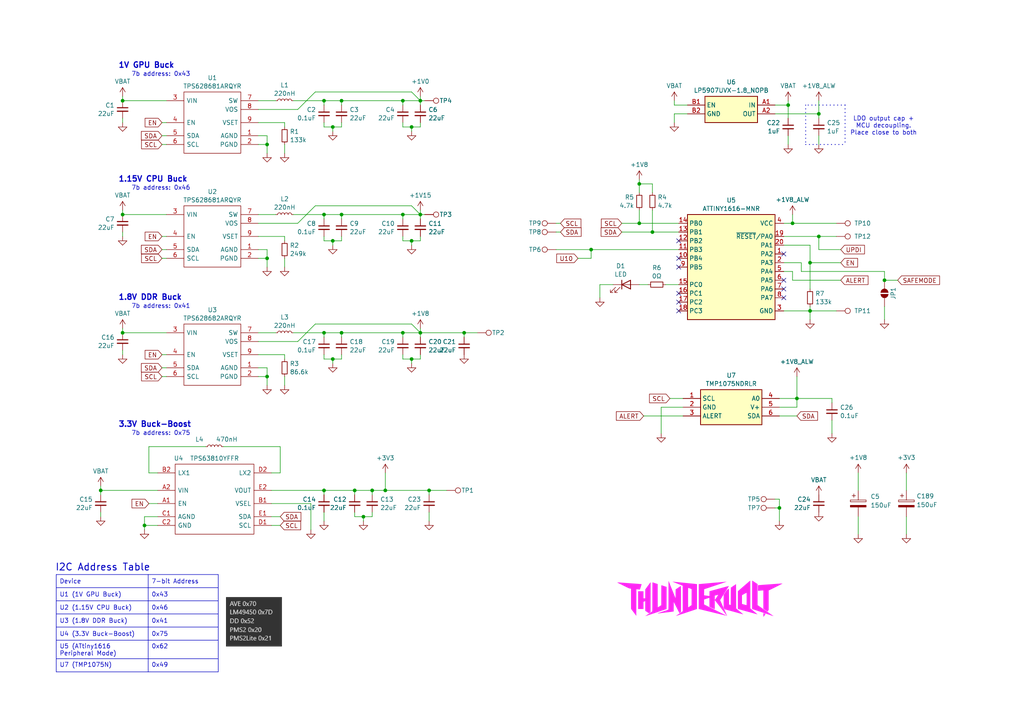
<source format=kicad_sch>
(kicad_sch (version 20240101) (generator "eeschema") (generator_version "8.99")
  (paper "A4")
  (junction (at 119.38 36.83))
  (junction (at 185.42 53.34))
  (junction (at 189.23 67.31))
  (junction (at 256.54 81.28))
  (junction (at 121.92 62.23))
  (junction (at 231.14 115.57))
  (junction (at 35.56 62.23))
  (junction (at 134.62 96.52))
  (junction (at 116.84 96.52))
  (junction (at 93.98 142.24))
  (junction (at 234.95 90.17))
  (junction (at 121.92 96.52))
  (junction (at 35.56 96.52))
  (junction (at 99.06 62.23))
  (junction (at 93.98 29.21))
  (junction (at 96.52 104.14))
  (junction (at 107.95 142.24))
  (junction (at 96.52 36.83))
  (junction (at 119.38 104.14))
  (junction (at 171.45 72.39))
  (junction (at 77.47 109.22))
  (junction (at 229.87 64.77))
  (junction (at 99.06 96.52))
  (junction (at 96.52 69.85))
  (junction (at 77.47 41.91))
  (junction (at 116.84 62.23))
  (junction (at 93.98 96.52))
  (junction (at 237.49 33.02))
  (junction (at 226.06 147.32))
  (junction (at 93.98 62.23))
  (junction (at 105.41 149.86))
  (junction (at 29.21 142.24))
  (junction (at 41.91 152.4))
  (junction (at 99.06 29.21))
  (junction (at 102.87 142.24))
  (junction (at 116.84 29.21))
  (junction (at 124.46 142.24))
  (junction (at 77.47 74.93))
  (junction (at 228.6 30.48))
  (junction (at 121.92 29.21))
  (junction (at 237.49 68.58))
  (junction (at 35.56 29.21))
  (junction (at 185.42 64.77))
  (junction (at 111.76 142.24))
  (junction (at 234.95 76.2))
  (junction (at 119.38 69.85))
  (no_connect (at 196.85 87.63))
  (no_connect (at 196.85 90.17))
  (no_connect (at 227.33 81.28))
  (no_connect (at 227.33 83.82))
  (no_connect (at 227.33 73.66))
  (no_connect (at 196.85 77.47))
  (no_connect (at 196.85 69.85))
  (no_connect (at 196.85 85.09))
  (no_connect (at 196.85 74.93))
  (no_connect (at 227.33 86.36))
  (polyline (pts (xy 245.11 30.48) (xy 245.11 41.91)) (stroke (width 0.254) (type dot)))
  (wire (pts (xy 96.52 69.85) (xy 99.06 69.85)))
  (wire (pts (xy 93.98 36.83) (xy 96.52 36.83)))
  (wire (pts (xy 134.62 96.52) (xy 138.43 96.52)))
  (wire (pts (xy 35.56 35.56) (xy 35.56 34.29)))
  (wire (pts (xy 116.84 35.56) (xy 116.84 36.83)))
  (wire (pts (xy 121.92 35.56) (xy 121.92 36.83)))
  (wire (pts (xy 74.93 31.75) (xy 86.36 31.75)))
  (wire (pts (xy 234.95 76.2) (xy 234.95 83.82)))
  (wire (pts (xy 243.84 72.39) (xy 237.49 72.39)))
  (wire (pts (xy 194.31 115.57) (xy 198.12 115.57)))
  (wire (pts (xy 78.74 149.86) (xy 81.28 149.86)))
  (wire (pts (xy 232.41 78.74) (xy 256.54 78.74)))
  (wire (pts (xy 99.06 96.52) (xy 99.06 97.79)))
  (wire (pts (xy 248.92 137.16) (xy 248.92 142.24)))
  (wire (pts (xy 105.41 151.13) (xy 105.41 149.86)))
  (wire (pts (xy 74.93 109.22) (xy 77.47 109.22)))
  (wire (pts (xy 241.3 125.73) (xy 241.3 121.92)))
  (wire (pts (xy 35.56 29.21) (xy 48.26 29.21)))
  (wire (pts (xy 96.52 36.83) (xy 99.06 36.83)))
  (wire (pts (xy 78.74 146.05) (xy 90.17 146.05)))
  (wire (pts (xy 121.92 60.96) (xy 121.92 62.23)))
  (wire (pts (xy 41.91 149.86) (xy 41.91 152.4)))
  (wire (pts (xy 224.79 147.32) (xy 226.06 147.32)))
  (wire (pts (xy 124.46 148.59) (xy 124.46 151.13)))
  (wire (pts (xy 116.84 62.23) (xy 116.84 63.5)))
  (wire (pts (xy 64.77 129.54) (xy 81.28 129.54)))
  (wire (pts (xy 226.06 144.78) (xy 226.06 147.32)))
  (wire (pts (xy 227.33 68.58) (xy 237.49 68.58)))
  (wire (pts (xy 35.56 68.58) (xy 35.56 67.31)))
  (polyline (pts (xy 233.68 41.91) (xy 245.11 41.91)) (stroke (width 0.254) (type dot)))
  (wire (pts (xy 121.92 62.23) (xy 123.19 62.23)))
  (wire (pts (xy 231.14 120.65) (xy 226.06 120.65)))
  (wire (pts (xy 82.55 68.58) (xy 82.55 69.85)))
  (wire (pts (xy 93.98 62.23) (xy 99.06 62.23)))
  (wire (pts (xy 199.39 33.02) (xy 195.58 33.02)))
  (wire (pts (xy 195.58 30.48) (xy 195.58 29.21)))
  (wire (pts (xy 46.99 35.56) (xy 48.26 35.56)))
  (wire (pts (xy 41.91 149.86) (xy 45.72 149.86)))
  (wire (pts (xy 93.98 68.58) (xy 93.98 69.85)))
  (wire (pts (xy 46.99 74.93) (xy 48.26 74.93)))
  (wire (pts (xy 185.42 60.96) (xy 185.42 64.77)))
  (wire (pts (xy 116.84 96.52) (xy 121.92 96.52)))
  (wire (pts (xy 99.06 35.56) (xy 99.06 36.83)))
  (wire (pts (xy 237.49 29.21) (xy 237.49 33.02)))
  (wire (pts (xy 74.93 68.58) (xy 82.55 68.58)))
  (wire (pts (xy 121.92 29.21) (xy 123.19 29.21)))
  (wire (pts (xy 189.23 53.34) (xy 189.23 55.88)))
  (wire (pts (xy 116.84 96.52) (xy 116.84 97.79)))
  (wire (pts (xy 185.42 82.55) (xy 187.96 82.55)))
  (wire (pts (xy 224.79 30.48) (xy 228.6 30.48)))
  (wire (pts (xy 191.77 125.73) (xy 191.77 118.11)))
  (wire (pts (xy 102.87 143.51) (xy 102.87 142.24)))
  (wire (pts (xy 82.55 41.91) (xy 82.55 44.45)))
  (wire (pts (xy 35.56 60.96) (xy 35.56 62.23)))
  (wire (pts (xy 77.47 74.93) (xy 77.47 77.47)))
  (wire (pts (xy 74.93 102.87) (xy 82.55 102.87)))
  (wire (pts (xy 77.47 41.91) (xy 77.47 44.45)))
  (wire (pts (xy 241.3 116.84) (xy 241.3 115.57)))
  (wire (pts (xy 43.18 129.54) (xy 43.18 137.16)))
  (wire (pts (xy 35.56 27.94) (xy 35.56 29.21)))
  (wire (pts (xy 241.3 115.57) (xy 231.14 115.57)))
  (wire (pts (xy 193.04 82.55) (xy 196.85 82.55)))
  (wire (pts (xy 93.98 62.23) (xy 93.98 63.5)))
  (wire (pts (xy 121.92 95.25) (xy 121.92 96.52)))
  (wire (pts (xy 256.54 92.71) (xy 256.54 88.9)))
  (wire (pts (xy 74.93 106.68) (xy 77.47 106.68)))
  (wire (pts (xy 29.21 142.24) (xy 45.72 142.24)))
  (wire (pts (xy 43.18 146.05) (xy 45.72 146.05)))
  (wire (pts (xy 121.92 62.23) (xy 121.92 63.5)))
  (wire (pts (xy 82.55 109.22) (xy 82.55 111.76)))
  (wire (pts (xy 41.91 152.4) (xy 45.72 152.4)))
  (wire (pts (xy 105.41 149.86) (xy 107.95 149.86)))
  (wire (pts (xy 96.52 104.14) (xy 99.06 104.14)))
  (wire (pts (xy 99.06 62.23) (xy 99.06 63.5)))
  (wire (pts (xy 119.38 105.41) (xy 119.38 104.14)))
  (wire (pts (xy 102.87 149.86) (xy 105.41 149.86)))
  (wire (pts (xy 85.09 29.21) (xy 93.98 29.21)))
  (wire (pts (xy 93.98 96.52) (xy 99.06 96.52)))
  (wire (pts (xy 227.33 76.2) (xy 232.41 76.2)))
  (wire (pts (xy 46.99 72.39) (xy 48.26 72.39)))
  (wire (pts (xy 224.79 33.02) (xy 237.49 33.02)))
  (wire (pts (xy 134.62 96.52) (xy 134.62 97.79)))
  (wire (pts (xy 93.98 142.24) (xy 102.87 142.24)))
  (wire (pts (xy 121.92 29.21) (xy 121.92 30.48)))
  (wire (pts (xy 86.36 31.75) (xy 91.44 26.67)))
  (wire (pts (xy 121.92 96.52) (xy 121.92 97.79)))
  (wire (pts (xy 116.84 29.21) (xy 121.92 29.21)))
  (wire (pts (xy 99.06 62.23) (xy 116.84 62.23)))
  (wire (pts (xy 229.87 78.74) (xy 229.87 81.28)))
  (wire (pts (xy 229.87 64.77) (xy 229.87 62.23)))
  (wire (pts (xy 227.33 64.77) (xy 229.87 64.77)))
  (wire (pts (xy 107.95 148.59) (xy 107.95 149.86)))
  (wire (pts (xy 119.38 26.67) (xy 121.92 29.21)))
  (wire (pts (xy 237.49 72.39) (xy 237.49 68.58)))
  (wire (pts (xy 29.21 143.51) (xy 29.21 142.24)))
  (wire (pts (xy 226.06 115.57) (xy 231.14 115.57)))
  (wire (pts (xy 180.34 67.31) (xy 189.23 67.31)))
  (wire (pts (xy 124.46 142.24) (xy 124.46 143.51)))
  (wire (pts (xy 234.95 76.2) (xy 243.84 76.2)))
  (wire (pts (xy 91.44 93.98) (xy 119.38 93.98)))
  (wire (pts (xy 234.95 71.12) (xy 234.95 76.2)))
  (wire (pts (xy 29.21 149.86) (xy 29.21 148.59)))
  (wire (pts (xy 99.06 29.21) (xy 99.06 30.48)))
  (wire (pts (xy 121.92 102.87) (xy 121.92 104.14)))
  (wire (pts (xy 189.23 67.31) (xy 196.85 67.31)))
  (wire (pts (xy 119.38 93.98) (xy 121.92 96.52)))
  (wire (pts (xy 102.87 148.59) (xy 102.87 149.86)))
  (wire (pts (xy 82.55 74.93) (xy 82.55 77.47)))
  (wire (pts (xy 228.6 41.91) (xy 228.6 39.37)))
  (wire (pts (xy 234.95 88.9) (xy 234.95 90.17)))
  (wire (pts (xy 226.06 144.78) (xy 224.79 144.78)))
  (wire (pts (xy 111.76 137.16) (xy 111.76 142.24)))
  (wire (pts (xy 74.93 62.23) (xy 80.01 62.23)))
  (wire (pts (xy 86.36 64.77) (xy 91.44 59.69)))
  (wire (pts (xy 96.52 38.1) (xy 96.52 36.83)))
  (wire (pts (xy 119.38 36.83) (xy 121.92 36.83)))
  (wire (pts (xy 74.93 64.77) (xy 86.36 64.77)))
  (wire (pts (xy 74.93 96.52) (xy 80.01 96.52)))
  (wire (pts (xy 99.06 68.58) (xy 99.06 69.85)))
  (wire (pts (xy 167.64 74.93) (xy 171.45 74.93)))
  (wire (pts (xy 90.17 146.05) (xy 90.17 153.67)))
  (wire (pts (xy 185.42 52.07) (xy 185.42 53.34)))
  (wire (pts (xy 78.74 152.4) (xy 81.28 152.4)))
  (wire (pts (xy 116.84 62.23) (xy 121.92 62.23)))
  (wire (pts (xy 242.57 64.77) (xy 229.87 64.77)))
  (wire (pts (xy 74.93 41.91) (xy 77.47 41.91)))
  (wire (pts (xy 93.98 102.87) (xy 93.98 104.14)))
  (wire (pts (xy 35.56 102.87) (xy 35.56 101.6)))
  (wire (pts (xy 85.09 96.52) (xy 93.98 96.52)))
  (wire (pts (xy 185.42 53.34) (xy 189.23 53.34)))
  (wire (pts (xy 116.84 36.83) (xy 119.38 36.83)))
  (wire (pts (xy 124.46 142.24) (xy 111.76 142.24)))
  (wire (pts (xy 186.69 120.65) (xy 198.12 120.65)))
  (wire (pts (xy 46.99 68.58) (xy 48.26 68.58)))
  (wire (pts (xy 195.58 33.02) (xy 195.58 35.56)))
  (wire (pts (xy 107.95 143.51) (xy 107.95 142.24)))
  (wire (pts (xy 77.47 72.39) (xy 77.47 74.93)))
  (wire (pts (xy 234.95 90.17) (xy 234.95 92.71)))
  (wire (pts (xy 121.92 68.58) (xy 121.92 69.85)))
  (wire (pts (xy 102.87 142.24) (xy 107.95 142.24)))
  (wire (pts (xy 77.47 109.22) (xy 77.47 111.76)))
  (wire (pts (xy 91.44 59.69) (xy 119.38 59.69)))
  (wire (pts (xy 171.45 72.39) (xy 171.45 74.93)))
  (wire (pts (xy 121.92 96.52) (xy 134.62 96.52)))
  (wire (pts (xy 93.98 104.14) (xy 96.52 104.14)))
  (wire (pts (xy 46.99 102.87) (xy 48.26 102.87)))
  (wire (pts (xy 116.84 68.58) (xy 116.84 69.85)))
  (wire (pts (xy 93.98 143.51) (xy 93.98 142.24)))
  (wire (pts (xy 74.93 72.39) (xy 77.47 72.39)))
  (wire (pts (xy 96.52 105.41) (xy 96.52 104.14)))
  (wire (pts (xy 99.06 96.52) (xy 116.84 96.52)))
  (wire (pts (xy 228.6 30.48) (xy 228.6 29.21)))
  (wire (pts (xy 129.54 142.24) (xy 124.46 142.24)))
  (wire (pts (xy 41.91 152.4) (xy 41.91 153.67)))
  (wire (pts (xy 231.14 118.11) (xy 226.06 118.11)))
  (wire (pts (xy 161.29 64.77) (xy 162.56 64.77)))
  (wire (pts (xy 96.52 71.12) (xy 96.52 69.85)))
  (wire (pts (xy 262.89 137.16) (xy 262.89 142.24)))
  (wire (pts (xy 227.33 90.17) (xy 234.95 90.17)))
  (wire (pts (xy 74.93 29.21) (xy 80.01 29.21)))
  (wire (pts (xy 227.33 78.74) (xy 229.87 78.74)))
  (wire (pts (xy 121.92 27.94) (xy 121.92 29.21)))
  (wire (pts (xy 229.87 81.28) (xy 243.84 81.28)))
  (wire (pts (xy 46.99 41.91) (xy 48.26 41.91)))
  (wire (pts (xy 35.56 96.52) (xy 48.26 96.52)))
  (wire (pts (xy 46.99 109.22) (xy 48.26 109.22)))
  (wire (pts (xy 86.36 99.06) (xy 91.44 93.98)))
  (wire (pts (xy 234.95 90.17) (xy 242.57 90.17)))
  (polyline (pts (xy 245.11 30.48) (xy 233.68 30.48)) (stroke (width 0.254) (type dot)))
  (wire (pts (xy 119.38 38.1) (xy 119.38 36.83)))
  (wire (pts (xy 185.42 55.88) (xy 185.42 53.34)))
  (wire (pts (xy 93.98 69.85) (xy 96.52 69.85)))
  (wire (pts (xy 93.98 29.21) (xy 93.98 30.48)))
  (wire (pts (xy 256.54 81.28) (xy 260.35 81.28)))
  (wire (pts (xy 46.99 106.68) (xy 48.26 106.68)))
  (wire (pts (xy 248.92 149.86) (xy 248.92 154.94)))
  (wire (pts (xy 93.98 151.13) (xy 93.98 148.59)))
  (wire (pts (xy 77.47 39.37) (xy 77.47 41.91)))
  (wire (pts (xy 196.85 72.39) (xy 171.45 72.39)))
  (wire (pts (xy 78.74 137.16) (xy 81.28 137.16)))
  (wire (pts (xy 107.95 142.24) (xy 111.76 142.24)))
  (wire (pts (xy 91.44 26.67) (xy 119.38 26.67)))
  (wire (pts (xy 119.38 59.69) (xy 121.92 62.23)))
  (wire (pts (xy 35.56 95.25) (xy 35.56 96.52)))
  (wire (pts (xy 119.38 71.12) (xy 119.38 69.85)))
  (wire (pts (xy 35.56 62.23) (xy 48.26 62.23)))
  (wire (pts (xy 237.49 41.91) (xy 237.49 39.37)))
  (wire (pts (xy 82.55 36.83) (xy 82.55 35.56)))
  (wire (pts (xy 226.06 147.32) (xy 226.06 151.13)))
  (wire (pts (xy 237.49 68.58) (xy 242.57 68.58)))
  (wire (pts (xy 74.93 74.93) (xy 77.47 74.93)))
  (wire (pts (xy 180.34 64.77) (xy 185.42 64.77)))
  (wire (pts (xy 116.84 104.14) (xy 119.38 104.14)))
  (wire (pts (xy 85.09 62.23) (xy 93.98 62.23)))
  (wire (pts (xy 78.74 142.24) (xy 93.98 142.24)))
  (wire (pts (xy 177.8 82.55) (xy 173.99 82.55)))
  (wire (pts (xy 82.55 102.87) (xy 82.55 104.14)))
  (wire (pts (xy 74.93 39.37) (xy 77.47 39.37)))
  (wire (pts (xy 231.14 109.22) (xy 231.14 115.57)))
  (wire (pts (xy 227.33 71.12) (xy 234.95 71.12)))
  (wire (pts (xy 119.38 104.14) (xy 121.92 104.14)))
  (wire (pts (xy 262.89 149.86) (xy 262.89 154.94)))
  (wire (pts (xy 116.84 69.85) (xy 119.38 69.85)))
  (wire (pts (xy 228.6 30.48) (xy 228.6 34.29)))
  (wire (pts (xy 189.23 60.96) (xy 189.23 67.31)))
  (wire (pts (xy 46.99 39.37) (xy 48.26 39.37)))
  (polyline (pts (xy 233.68 30.48) (xy 233.68 41.91)) (stroke (width 0.254) (type dot)))
  (wire (pts (xy 232.41 76.2) (xy 232.41 78.74)))
  (wire (pts (xy 256.54 78.74) (xy 256.54 81.28)))
  (wire (pts (xy 185.42 64.77) (xy 196.85 64.77)))
  (wire (pts (xy 231.14 115.57) (xy 231.14 118.11)))
  (wire (pts (xy 74.93 99.06) (xy 86.36 99.06)))
  (wire (pts (xy 29.21 140.97) (xy 29.21 142.24)))
  (wire (pts (xy 77.47 106.68) (xy 77.47 109.22)))
  (wire (pts (xy 93.98 29.21) (xy 99.06 29.21)))
  (wire (pts (xy 116.84 29.21) (xy 116.84 30.48)))
  (wire (pts (xy 116.84 102.87) (xy 116.84 104.14)))
  (wire (pts (xy 82.55 35.56) (xy 74.93 35.56)))
  (wire (pts (xy 99.06 29.21) (xy 116.84 29.21)))
  (wire (pts (xy 43.18 129.54) (xy 59.69 129.54)))
  (wire (pts (xy 161.29 67.31) (xy 162.56 67.31)))
  (wire (pts (xy 99.06 102.87) (xy 99.06 104.14)))
  (wire (pts (xy 81.28 129.54) (xy 81.28 137.16)))
  (wire (pts (xy 93.98 35.56) (xy 93.98 36.83)))
  (wire (pts (xy 171.45 72.39) (xy 161.29 72.39)))
  (wire (pts (xy 237.49 33.02) (xy 237.49 34.29)))
  (wire (pts (xy 191.77 118.11) (xy 198.12 118.11)))
  (wire (pts (xy 173.99 82.55) (xy 173.99 86.36)))
  (wire (pts (xy 199.39 30.48) (xy 195.58 30.48)))
  (wire (pts (xy 43.18 137.16) (xy 45.72 137.16)))
  (wire (pts (xy 119.38 69.85) (xy 121.92 69.85)))
  (wire (pts (xy 93.98 96.52) (xy 93.98 97.79)))
  (polyline (pts (xy 189.2631 168.9068) (xy 189.312 168.9212) (xy 189.4813 168.9744) (xy 189.7244 169.053) (xy 190.016 169.149) (xy 190.7613 169.3963) (xy 190.7613 172.7804) (xy 190.77 175.1705) (xy 190.7795 175.8976) (xy 190.791 176.1646) (xy 190.7966 176.1629) (xy 190.8069 176.158) (xy 190.841 176.1389) (xy 190.891 176.1088) (xy 190.9549 176.0689) (xy 191.0305 176.0206) (xy 191.1158 175.9653) (xy 191.2087 175.9042) (xy 191.307 175.8387) (xy 191.7931 175.5127) (xy 191.7931 172.624) (xy 191.8016 170.5838) (xy 191.8107 169.9631) (xy 191.8218 169.7352) (xy 191.8428 169.7402) (xy 191.8917 169.7547) (xy 192.061 169.8078) (xy 192.3042 169.8865) (xy 192.5959 169.9825) (xy 193.3414 170.2299) (xy 193.3313 173.4411) (xy 193.3211 176.6524) (xy 190.285 177.6764) (xy 188.1297 178.4001) (xy 187.2112 178.7024) (xy 187.2091 178.7025) (xy 187.207 178.7025) (xy 187.2052 178.7024) (xy 187.2034 178.7023) (xy 187.2018 178.7021) (xy 187.2003 178.7018) (xy 187.199 178.7014) (xy 187.1978 178.7009) (xy 187.1968 178.7004) (xy 187.1959 178.6998) (xy 187.1951 178.6991) (xy 187.1945 178.6984) (xy 187.194 178.6975) (xy 187.1936 178.6966) (xy 187.1934 178.6957) (xy 187.1934 178.6946) (xy 187.1934 178.6935) (xy 187.1936 178.6924) (xy 187.194 178.6911) (xy 187.1945 178.6898) (xy 187.1951 178.6884) (xy 187.1959 178.687) (xy 187.1968 178.6855) (xy 187.1978 178.6839) (xy 187.199 178.6823) (xy 187.2003 178.6805) (xy 187.2018 178.6788) (xy 187.2034 178.677) (xy 187.2052 178.6751) (xy 187.207 178.6731) (xy 187.2091 178.6711) (xy 187.2112 178.669) (xy 187.2374 178.6492) (xy 187.2979 178.6064) (xy 187.506 178.4622) (xy 187.8043 178.2578) (xy 188.1617 178.0148) (xy 188.8268 177.5618) (xy 189.045 177.4115) (xy 189.144 177.3415) (xy 189.15 177.336) (xy 189.1556 177.3287) (xy 189.1608 177.3189) (xy 189.1658 177.3061) (xy 189.1704 177.2895) (xy 189.1747 177.2686) (xy 189.1787 177.2426) (xy 189.1824 177.2111) (xy 189.1859 177.1732) (xy 189.1891 177.1284) (xy 189.192 177.076) (xy 189.1947 177.0154) (xy 189.1994 176.8671) (xy 189.2032 176.6783) (xy 189.2063 176.4438) (xy 189.2087 176.1585) (xy 189.2105 175.8174) (xy 189.2118 175.4153) (xy 189.2132 174.4075) (xy 189.2135 173.0943) (xy 189.2219 170.1333) (xy 189.231 169.2326) (xy 189.2421 168.9017) (xy 189.2631 168.9068)) (stroke (width -0.0001) (type solid) (color 255 38 243 1)) (fill (type outline)))
  (polyline (pts (xy 221.4517 177.8428) (xy 221.4673 177.8482) (xy 221.492 177.856) (xy 221.5634 177.8772) (xy 221.6559 177.9037) (xy 221.7593 177.9323) (xy 221.8114 177.9469) (xy 221.8613 177.9617) (xy 221.9079 177.9763) (xy 221.95 177.9903) (xy 221.9864 178.0033) (xy 222.0158 178.0149) (xy 222.0371 178.0246) (xy 222.0444 178.0286) (xy 222.0492 178.0321) (xy 222.0503 178.0361) (xy 222.0487 178.0436) (xy 222.0379 178.0684) (xy 222.0181 178.1049) (xy 221.9903 178.1515) (xy 221.9152 178.2687) (xy 221.8213 178.4072) (xy 221.7174 178.5544) (xy 221.6123 178.6975) (xy 221.5149 178.8239) (xy 221.4717 178.8769) (xy 221.4338 178.9208) (xy 221.4321 178.9221) (xy 221.4303 178.9218) (xy 221.4286 178.9201) (xy 221.427 178.917) (xy 221.4237 178.9068) (xy 221.4206 178.8912) (xy 221.4177 178.8708) (xy 221.4149 178.8455) (xy 221.4123 178.8159) (xy 221.4099 178.782) (xy 221.4058 178.7027) (xy 221.4027 178.6097) (xy 221.4007 178.505) (xy 221.4 178.3907) (xy 221.4006 178.2373) (xy 221.4023 178.113) (xy 221.4056 178.0154) (xy 221.4105 177.942) (xy 221.4137 177.9137) (xy 221.4174 177.8905) (xy 221.4216 177.8722) (xy 221.4264 177.8584) (xy 221.4317 177.8489) (xy 221.4377 177.8433) (xy 221.4444 177.8414) (xy 221.4517 177.8428)) (stroke (width -0.0001) (type solid) (color 255 38 243 1)) (fill (type outline)))
  (polyline (pts (xy 179.07 168.91) (xy 179.1848 168.915) (xy 179.5697 168.9376) (xy 180.1142 168.9741) (xy 180.7611 169.0207) (xy 184.2457 169.2769) (xy 185.5485 169.3757) (xy 185.9482 169.409) (xy 186.099 169.4253) (xy 186.0965 169.4452) (xy 186.0836 169.4957) (xy 186.0323 169.6712) (xy 185.8669 170.1982) (xy 185.6921 170.7282) (xy 185.6292 170.9074) (xy 185.6088 170.9603) (xy 185.5976 170.983) (xy 185.5958 170.9841) (xy 185.5928 170.985) (xy 185.583 170.9863) (xy 185.5685 170.9871) (xy 185.5495 170.9874) (xy 185.4994 170.9863) (xy 185.4346 170.9832) (xy 185.3575 170.9782) (xy 185.2701 170.9714) (xy 185.1746 170.9631) (xy 185.0732 170.9532) (xy 184.5704 170.9017) (xy 184.5603 174.7641) (xy 184.5502 178.6265) (xy 183.7862 177.6068) (xy 183.0222 176.5871) (xy 183.0222 170.7382) (xy 182.7735 170.7183) (xy 182.7312 170.7139) (xy 182.6877 170.7072) (xy 182.6407 170.697) (xy 182.5881 170.6823) (xy 182.5278 170.6623) (xy 182.4574 170.636) (xy 182.3748 170.6023) (xy 182.2779 170.5604) (xy 182.1644 170.5092) (xy 182.0321 170.4477) (xy 181.8789 170.3751) (xy 181.7025 170.2903) (xy 181.2714 170.0803) (xy 180.7215 169.8099) (xy 179.914 169.4086) (xy 179.3709 169.1302) (xy 179.1937 169.0346) (xy 179.0769 168.9667) (xy 179.0185 168.9254) (xy 179.0106 168.9145) (xy 179.0167 168.9099) (xy 179.07 168.91)) (stroke (width -0.0001) (type solid) (color 255 38 243 1)) (fill (type outline)))
  (polyline (pts (xy 188.6949 168.903) (xy 188.6978 168.9032) (xy 188.7006 168.9035) (xy 188.7032 168.9039) (xy 188.7057 168.9044) (xy 188.7081 168.9051) (xy 188.7104 168.906) (xy 188.7125 168.9069) (xy 188.7145 168.908) (xy 188.7163 168.9092) (xy 188.7181 168.9106) (xy 188.7197 168.912) (xy 188.7211 168.9136) (xy 188.7224 168.9153) (xy 188.7236 168.9171) (xy 188.7246 168.9191) (xy 188.7255 168.9211) (xy 188.7263 168.9233) (xy 188.7269 168.9256) (xy 188.7274 168.928) (xy 188.7277 168.9305) (xy 188.7279 168.9331) (xy 188.7279 168.9358) (xy 188.7278 168.9386) (xy 188.7276 168.9415) (xy 188.7272 168.9445) (xy 188.7266 168.9476) (xy 188.7259 168.9508) (xy 188.7251 168.9541) (xy 188.7241 168.9575) (xy 188.7229 168.961) (xy 188.7216 168.9645) (xy 188.7168 169.0641) (xy 188.7123 169.3252) (xy 188.7046 170.2607) (xy 188.6975 173.289) (xy 188.6975 177.5507) (xy 188.4616 177.7109) (xy 188.369 177.7729) (xy 188.2914 177.8233) (xy 188.2607 177.8426) (xy 188.2368 177.857) (xy 188.2208 177.8659) (xy 188.216 177.8681) (xy 188.2135 177.8687) (xy 188.2004 177.861) (xy 188.1673 177.8397) (xy 188.0505 177.7626) (xy 187.8807 177.649) (xy 187.6756 177.5108) (xy 187.1497 177.1553) (xy 187.1497 175.7471) (xy 187.1481 175.2003) (xy 187.1436 174.7526) (xy 187.1369 174.45) (xy 187.133 174.3677) (xy 187.1287 174.3389) (xy 187.1254 174.3395) (xy 187.1197 174.3414) (xy 187.1019 174.3484) (xy 187.0764 174.3594) (xy 187.0443 174.3741) (xy 187.0066 174.3918) (xy 186.9644 174.4121) (xy 186.9188 174.4345) (xy 186.8708 174.4586) (xy 186.6338 174.5782) (xy 186.6338 176.6408) (xy 185.086 176.6408) (xy 185.086 171.4814) (xy 186.6338 171.4814) (xy 186.6338 173.5452) (xy 187.1497 173.5452) (xy 187.1497 170.9637) (xy 187.8939 169.934) (xy 188.187 169.5341) (xy 188.4352 169.2064) (xy 188.5343 169.0802) (xy 188.6122 168.9848) (xy 188.6658 168.9243) (xy 188.6825 168.9085) (xy 188.6919 168.903) (xy 188.6949 168.903)) (stroke (width -0.0001) (type solid) (color 255 38 243 1)) (fill (type outline)))
  (polyline (pts (xy 194.9204 170.9853) (xy 195.9405 173.5253) (xy 195.9525 172.2355) (xy 195.9645 170.9456) (xy 196.7022 170.4496) (xy 197.2332 170.0953) (xy 197.4025 169.9845) (xy 197.474 169.9402) (xy 197.4775 169.9583) (xy 197.4809 170.0142) (xy 197.4873 170.2317) (xy 197.4982 171.038) (xy 197.5055 172.2401) (xy 197.5082 173.7192) (xy 197.5082 177.5114) (xy 197.2868 177.675) (xy 197.2421 177.7075) (xy 197.1999 177.7374) (xy 197.1611 177.7639) (xy 197.1268 177.7865) (xy 197.0979 177.8045) (xy 197.0753 177.8174) (xy 197.0667 177.8216) (xy 197.0601 177.8244) (xy 197.0555 177.8256) (xy 197.054 177.8255) (xy 197.0531 177.825) (xy 196.9845 177.693) (xy 196.8069 177.3434) (xy 196.2326 176.2042) (xy 195.4246 174.5969) (xy 195.4047 175.9857) (xy 195.3849 177.3744) (xy 193.2021 177.6397) (xy 190.9084 177.9211) (xy 190.897 177.9226) (xy 190.8856 177.9236) (xy 190.8745 177.9243) (xy 190.8636 177.9246) (xy 190.8529 177.9245) (xy 190.8427 177.924) (xy 190.8329 177.9232) (xy 190.8236 177.922) (xy 190.8148 177.9205) (xy 190.8067 177.9187) (xy 190.7993 177.9166) (xy 190.7927 177.9141) (xy 190.787 177.9114) (xy 190.7821 177.9084) (xy 190.7782 177.9051) (xy 190.7767 177.9034) (xy 190.7754 177.9015) (xy 190.7732 177.8979) (xy 190.7713 177.8942) (xy 190.7695 177.8906) (xy 190.7679 177.8871) (xy 190.7666 177.8836) (xy 190.7655 177.8803) (xy 190.7646 177.877) (xy 190.7639 177.874) (xy 190.7635 177.8711) (xy 190.7633 177.8685) (xy 190.7633 177.866) (xy 190.7636 177.8638) (xy 190.7638 177.8628) (xy 190.7641 177.8619) (xy 190.7645 177.861) (xy 190.7649 177.8602) (xy 190.7654 177.8595) (xy 190.7659 177.8589) (xy 190.7665 177.8584) (xy 190.7672 177.8579) (xy 191.2201 177.7071) (xy 192.2892 177.3555) (xy 193.3689 176.9958) (xy 193.7087 176.8783) (xy 193.8062 176.8427) (xy 193.847 176.8254) (xy 193.8506 176.8202) (xy 193.854 176.8097) (xy 193.8604 176.7715) (xy 193.8661 176.7087) (xy 193.8713 176.6189) (xy 193.8801 176.3494) (xy 193.8868 175.945) (xy 193.8918 175.3877) (xy 193.8953 174.6594) (xy 193.8984 172.6176) (xy 193.9003 168.4453) (xy 194.9204 170.9853)) (stroke (width -0.0001) (type solid) (color 255 38 243 1)) (fill (type outline)))
  (polyline (pts (xy 218.1723 168.3885) (xy 218.1861 168.3963) (xy 218.2352 168.4266) (xy 218.4079 168.5375) (xy 218.6582 168.7017) (xy 218.96 168.9022) (xy 219.7331 169.4187) (xy 219.7336 172.4642) (xy 219.734 175.5097) (xy 220.513 176.0437) (xy 220.8192 176.2547) (xy 221.077 176.4346) (xy 221.2593 176.5643) (xy 221.3136 176.6043) (xy 221.339 176.6247) (xy 221.3467 176.6314) (xy 221.3601 176.6416) (xy 221.4024 176.6718) (xy 221.4634 176.7135) (xy 221.5404 176.7652) (xy 221.7327 176.8915) (xy 221.9588 177.037) (xy 222.1874 177.1844) (xy 222.3866 177.3158) (xy 222.5349 177.4167) (xy 222.5833 177.4513) (xy 222.6109 177.4729) (xy 222.6431 177.4983) (xy 222.7044 177.5435) (xy 222.9001 177.6834) (xy 223.1696 177.8723) (xy 223.484 178.0902) (xy 223.9781 178.4313) (xy 224.1335 178.54) (xy 224.2384 178.6154) (xy 224.3011 178.6633) (xy 224.3294 178.6897) (xy 224.3332 178.6967) (xy 224.3315 178.7006) (xy 224.3253 178.702) (xy 224.3155 178.7018) (xy 224.2824 178.6925) (xy 224.2022 178.6671) (xy 223.9216 178.5747) (xy 223.516 178.4387) (xy 223.0276 178.2731) (xy 223.0272 178.2731) (xy 222.0901 177.9554) (xy 221.5926 177.7897) (xy 220.9831 177.5878) (xy 219.7768 177.1832) (xy 218.1456 176.6342) (xy 218.1456 172.51) (xy 218.1517 169.5973) (xy 218.1662 168.3858) (xy 218.1723 168.3885)) (stroke (width -0.0001) (type solid) (color 255 38 243 1)) (fill (type outline)))
  (polyline (pts (xy 217.5976 168.41) (xy 217.6014 168.4648) (xy 217.6084 168.6809) (xy 217.6199 169.5033) (xy 217.6275 170.7773) (xy 217.6304 172.4207) (xy 217.6312 176.4622) (xy 218.6623 177.3122) (xy 219.3906 177.9164) (xy 219.6121 178.1032) (xy 219.6935 178.1754) (xy 219.6935 178.1765) (xy 219.6934 178.1774) (xy 219.6932 178.1784) (xy 219.693 178.1788) (xy 219.6928 178.1792) (xy 219.6925 178.1796) (xy 219.6921 178.18) (xy 219.6917 178.1803) (xy 219.6912 178.1806) (xy 219.6905 178.1809) (xy 219.6898 178.1811) (xy 219.689 178.1813) (xy 219.688 178.1814) (xy 219.6869 178.1815) (xy 219.6857 178.1816) (xy 219.6843 178.1816) (xy 219.6828 178.1816) (xy 219.6793 178.1813) (xy 219.6751 178.1809) (xy 219.6701 178.1802) (xy 219.6643 178.1793) (xy 219.6577 178.1781) (xy 219.65 178.1766) (xy 219.6414 178.1748) (xy 219.6317 178.1727) (xy 219.6208 178.1702) (xy 219.6088 178.1674) (xy 219.5955 178.1643) (xy 219.5809 178.1607) (xy 219.5648 178.1567) (xy 219.5474 178.1523) (xy 219.5284 178.1475) (xy 219.5078 178.1422) (xy 219.4617 178.1302) (xy 219.4085 178.1162) (xy 219.3477 178.1) (xy 219.2789 178.0815) (xy 219.2015 178.0606) (xy 219.115 178.0372) (xy 219.0189 178.011) (xy 218.9128 177.982) (xy 218.796 177.95) (xy 218.6682 177.915) (xy 218.5287 177.8767) (xy 218.213 177.7898) (xy 217.8449 177.6884) (xy 216.9352 177.4376) (xy 214.1273 176.6664) (xy 214.0182 176.6393) (xy 214.0182 175.1693) (xy 215.2088 175.1693) (xy 215.3774 175.2142) (xy 215.6365 175.2848) (xy 216.0224 175.3916) (xy 216.3675 175.486) (xy 216.4792 175.5153) (xy 216.5284 175.5268) (xy 216.5314 175.5177) (xy 216.5344 175.4905) (xy 216.5399 175.3854) (xy 216.545 175.2189) (xy 216.5494 174.9983) (xy 216.5558 174.4247) (xy 216.5581 173.7238) (xy 216.5582 173.7238) (xy 216.5561 173.0226) (xy 216.5507 172.4484) (xy 216.5425 172.0605) (xy 216.5378 171.9548) (xy 216.5326 171.918) (xy 216.5267 171.9199) (xy 216.5143 171.9253) (xy 216.4715 171.9464) (xy 216.4071 171.9797) (xy 216.3239 172.0238) (xy 216.112 172.1384) (xy 215.858 172.2783) (xy 215.2088 172.6387) (xy 215.2088 175.1693) (xy 214.0182 175.1693) (xy 214.0182 171.4776) (xy 214.1273 171.3762) (xy 214.7654 170.8176) (xy 215.9379 169.8053) (xy 217.0717 168.8325) (xy 217.5937 168.3924) (xy 217.5976 168.41)) (stroke (width -0.0001) (type solid) (color 255 38 243 1)) (fill (type outline)))
  (polyline (pts (xy 213.5022 172.9462) (xy 213.5221 176.4793) (xy 214.5142 177.297) (xy 215.1449 177.8173) (xy 215.4602 178.0815) (xy 215.5308 178.1444) (xy 215.56 178.1756) (xy 215.563 178.1827) (xy 215.5603 178.1858) (xy 215.5441 178.1859) (xy 215.3948 178.1475) (xy 215.0162 178.045) (xy 213.7999 177.7101) (xy 211.1131 176.97) (xy 210.1329 176.7028) (xy 210.0118 176.4286) (xy 209.8906 176.1543) (xy 209.8906 172.5399) (xy 210.3483 171.8367) (xy 210.4969 171.6092) (xy 210.6138 171.434) (xy 210.6629 171.3629) (xy 210.7073 171.3011) (xy 210.7478 171.2476) (xy 210.7856 171.2009) (xy 210.8217 171.16) (xy 210.857 171.1236) (xy 210.8927 171.0905) (xy 210.9298 171.0594) (xy 210.9692 171.0291) (xy 211.0121 170.9984) (xy 211.1123 170.9311) (xy 211.4186 170.7288) (xy 211.4385 173.0397) (xy 211.4583 175.3506) (xy 211.6964 175.4136) (xy 211.9346 175.4767) (xy 211.9544 172.9561) (xy 211.9742 170.4354) (xy 212.7283 169.9242) (xy 213.4824 169.4131) (xy 213.5022 172.9462)) (stroke (width -0.0001) (type solid) (color 255 38 243 1)) (fill (type outline)))
  (polyline (pts (xy 195.0793 168.7064) (xy 195.1474 168.7118) (xy 195.3752 168.7322) (xy 195.6972 168.7628) (xy 196.0794 168.8004) (xy 199.5124 169.1396) (xy 201.2764 169.3162) (xy 202.0623 169.4006) (xy 202.1516 169.4192) (xy 202.1516 176.6351) (xy 201.9432 176.7127) (xy 199.0233 177.6873) (xy 196.1191 178.6438) (xy 196.0877 178.6527) (xy 196.0752 178.656) (xy 196.065 178.6586) (xy 196.0568 178.6603) (xy 196.0507 178.6611) (xy 196.0484 178.6612) (xy 196.0467 178.6611) (xy 196.0454 178.6607) (xy 196.0447 178.6601) (xy 196.0445 178.6592) (xy 196.0447 178.6581) (xy 196.0455 178.6567) (xy 196.0468 178.6551) (xy 196.0508 178.651) (xy 196.0567 178.6458) (xy 196.0645 178.6395) (xy 196.0742 178.632) (xy 196.0992 178.6133) (xy 196.7934 178.1255) (xy 197.7476 177.4619) (xy 198.0245 177.271) (xy 198.0144 173.5729) (xy 198.0137 173.3226) (xy 199.5719 173.3226) (xy 199.5806 175.3293) (xy 199.5901 175.9394) (xy 199.5957 176.1054) (xy 199.6017 176.1631) (xy 199.6072 176.1612) (xy 199.6174 176.1561) (xy 199.6508 176.1365) (xy 199.6999 176.1058) (xy 199.7626 176.0652) (xy 199.8368 176.0162) (xy 199.9204 175.96) (xy 200.0114 175.8981) (xy 200.1077 175.8318) (xy 200.5839 175.502) (xy 200.5935 173.1841) (xy 200.6031 170.8663) (xy 200.1371 170.6923) (xy 199.6215 170.4996) (xy 199.6179 170.5) (xy 199.6145 170.504) (xy 199.6112 170.512) (xy 199.6081 170.524) (xy 199.6023 170.5611) (xy 199.5971 170.617) (xy 199.5925 170.6931) (xy 199.5885 170.7911) (xy 199.5819 171.0591) (xy 199.5772 171.4336) (xy 199.5741 171.9272) (xy 199.5724 172.5527) (xy 199.5719 173.3226) (xy 198.0137 173.3226) (xy 198.0042 169.8747) (xy 197.5677 169.7077) (xy 196.576 169.3252) (xy 195.7632 169.0057) (xy 195.2226 168.7865) (xy 195.0836 168.7261) (xy 195.0475 168.7047) (xy 195.0793 168.7064)) (stroke (width -0.0001) (type solid) (color 255 38 243 1)) (fill (type outline)))
  (polyline (pts (xy 226.9564 169.2292) (xy 226.9564 169.2328) (xy 226.9522 169.2382) (xy 226.9439 169.2456) (xy 226.915 169.2661) (xy 226.8696 169.2943) (xy 226.8075 169.3303) (xy 226.7286 169.3741) (xy 226.5203 169.4852) (xy 226.244 169.628) (xy 225.8988 169.803) (xy 225.4842 170.0106) (xy 224.9993 170.251) (xy 222.9508 171.2631) (xy 222.9493 174.0836) (xy 222.9478 176.9042) (xy 222.7907 177.1148) (xy 222.6759 177.2673) (xy 222.638 177.3167) (xy 222.6206 177.3384) (xy 222.6191 177.3385) (xy 222.6161 177.3377) (xy 222.6056 177.3332) (xy 222.5895 177.325) (xy 222.5679 177.3133) (xy 222.5098 177.2801) (xy 222.434 177.2353) (xy 222.343 177.1803) (xy 222.2393 177.1165) (xy 222.1253 177.0457) (xy 222.0038 176.9692) (xy 221.4 176.587) (xy 221.4 171.2433) (xy 221.2512 171.244) (xy 221.2104 171.2454) (xy 221.1511 171.2489) (xy 220.9887 171.2616) (xy 220.7864 171.2802) (xy 220.5666 171.3028) (xy 220.3515 171.3254) (xy 220.162 171.344) (xy 220.0185 171.3567) (xy 219.9415 171.3615) (xy 219.8522 171.3623) (xy 219.8522 169.74) (xy 220.0209 169.7183) (xy 220.2195 169.7004) (xy 220.6355 169.6678) (xy 221.8763 169.577) (xy 225.21 169.3367) (xy 226.4013 169.2548) (xy 226.7854 169.2326) (xy 226.9524 169.2275) (xy 226.9564 169.2292)) (stroke (width -0.0001) (type solid) (color 255 38 243 1)) (fill (type outline)))
  (polyline (pts (xy 210.7244 168.7292) (xy 210.5391 168.7943) (xy 209.844 169.0321) (xy 207.5292 169.811) (xy 204.2352 170.9125) (xy 204.2245 171.7856) (xy 204.2138 172.6588) (xy 204.8397 172.7468) (xy 205.6134 172.8576) (xy 205.7613 172.8803) (xy 205.7721 172.1753) (xy 205.783 171.4703) (xy 208.5983 170.7027) (xy 210.5887 170.1633) (xy 211.4206 169.9443) (xy 211.3909 170.0002) (xy 211.3039 170.1465) (xy 211.0075 170.63) (xy 210.6307 171.2343) (xy 210.2728 171.7989) (xy 209.9017 172.3859) (xy 209.421 173.1563) (xy 208.8621 174.0573) (xy 209.3812 175.22) (xy 209.7802 176.117) (xy 210.0105 176.6408) (xy 210.1955 177.062) (xy 210.4856 177.7124) (xy 210.8677 178.5671) (xy 210.8685 178.5692) (xy 210.8691 178.5713) (xy 210.8695 178.5733) (xy 210.8697 178.5754) (xy 210.8697 178.5774) (xy 210.8696 178.5794) (xy 210.8693 178.5813) (xy 210.8688 178.5832) (xy 210.8681 178.5851) (xy 210.8673 178.587) (xy 210.8663 178.5888) (xy 210.8652 178.5905) (xy 210.8639 178.5922) (xy 210.8624 178.5938) (xy 210.8608 178.5954) (xy 210.8591 178.597) (xy 210.8572 178.5984) (xy 210.8552 178.5998) (xy 210.853 178.6012) (xy 210.8507 178.6024) (xy 210.8483 178.6036) (xy 210.8458 178.6047) (xy 210.8431 178.6058) (xy 210.8404 178.6067) (xy 210.8375 178.6076) (xy 210.8345 178.6084) (xy 210.8314 178.6091) (xy 210.8282 178.6097) (xy 210.8249 178.6102) (xy 210.8215 178.6106) (xy 210.818 178.6109) (xy 210.8144 178.6111) (xy 210.4754 178.5361) (xy 209.6046 178.3297) (xy 206.795 177.649) (xy 202.7568 176.6616) (xy 202.6675 176.6393) (xy 202.6675 173.881) (xy 204.2153 173.881) (xy 204.2168 175.3113) (xy 207.4804 176.9461) (xy 209.794 178.1014) (xy 210.7737 178.5832) (xy 210.7768 178.5833) (xy 210.7797 178.5832) (xy 210.7826 178.5829) (xy 210.7853 178.5824) (xy 210.7879 178.5817) (xy 210.7904 178.5808) (xy 210.7926 178.5797) (xy 210.7948 178.5785) (xy 210.7967 178.5771) (xy 210.7976 178.5764) (xy 210.7984 178.5756) (xy 210.7992 178.5748) (xy 210.7999 178.5739) (xy 210.8006 178.5731) (xy 210.8012 178.5721) (xy 210.8017 178.5712) (xy 210.8022 178.5703) (xy 210.8026 178.5693) (xy 210.8029 178.5683) (xy 210.8032 178.5672) (xy 210.8034 178.5662) (xy 210.8035 178.5651) (xy 210.8035 178.564) (xy 210.7678 178.5139) (xy 210.6657 178.3785) (xy 210.2905 177.8894) (xy 209.7352 177.171) (xy 209.0572 176.2976) (xy 207.311 174.0527) (xy 207.311 176.6408) (xy 207.2133 176.6408) (xy 207.1999 176.6391) (xy 207.1799 176.6342) (xy 207.1539 176.6262) (xy 207.1221 176.6153) (xy 207.043 176.5853) (xy 206.9457 176.5457) (xy 206.8336 176.4978) (xy 206.7097 176.4428) (xy 206.5773 176.3822) (xy 206.4394 176.3172) (xy 205.7632 175.9935) (xy 205.7632 174.69) (xy 205.7609 174.1838) (xy 205.7547 173.7693) (xy 205.7456 173.4893) (xy 205.7403 173.413) (xy 205.7383 173.3993) (xy 207.311 173.3993) (xy 207.3116 173.5312) (xy 207.3136 173.6507) (xy 207.3167 173.756) (xy 207.3208 173.845) (xy 207.3259 173.9158) (xy 207.3318 173.9665) (xy 207.3351 173.9836) (xy 207.3385 173.995) (xy 207.342 174.0004) (xy 207.3438 174.0008) (xy 207.3457 173.9996) (xy 207.3625 173.9772) (xy 207.3971 173.9278) (xy 207.5117 173.7602) (xy 207.6723 173.5218) (xy 207.8621 173.2376) (xy 208.0475 172.9564) (xy 208.1961 172.7261) (xy 208.2928 172.5705) (xy 208.317 172.5281) (xy 208.3222 172.5171) (xy 208.3225 172.5133) (xy 208.3081 172.5158) (xy 208.2751 172.5231) (xy 208.1619 172.5497) (xy 207.9999 172.5891) (xy 207.806 172.6373) (xy 207.311 172.7613) (xy 207.311 173.3993) (xy 205.7383 173.3993) (xy 205.7374 173.3932) (xy 205.7345 173.3864) (xy 205.7135 173.3915) (xy 205.6646 173.4059) (xy 205.4954 173.4591) (xy 205.2522 173.5377) (xy 204.9606 173.6337) (xy 204.2153 173.881) (xy 202.6675 173.881) (xy 202.6675 169.4213) (xy 202.7965 169.4008) (xy 206.823 169.0425) (xy 210.7836 168.706) (xy 210.7244 168.7292)) (stroke (width -0.0001) (type solid) (color 255 38 243 1)) (fill (type outline)))
  (image (at 73.66 180.34) (scale 0.5))
  (text "I2C Address Table" (at 29.83 164.6627 0) (effects (font (size 2 2) (thickness 0.254) (bold yes))))
  (text "LDO output cap +\nMCU decoupling.\nPlace close to both" (at 256.286 36.576 0) (effects (font (size 1.27 1.27))))
  (text "3.3V Buck-Boost" (at 34.29 123.19 0) (effects (font (size 1.6 1.6) (thickness 0.32) (bold yes)) (justify left)))
  (text "1.15V CPU Buck" (at 34.29 52.07 0) (effects (font (size 1.6 1.6) (thickness 0.32) (bold yes)) (justify left)))
  (text "7b address: 0x43" (at 38.1 21.59 0) (effects (font (size 1.27 1.27) (thickness 0.1588)) (justify left)))
  (text "7b address: 0x41" (at 38.1 88.9 0) (effects (font (size 1.27 1.27) (thickness 0.1588)) (justify left)))
  (text "1.8V DDR Buck" (at 34.29 86.36 0) (effects (font (size 1.6 1.6) (thickness 0.32) (bold yes)) (justify left)))
  (text "1V GPU Buck" (at 34.29 19.05 0) (effects (font (size 1.6 1.6) (thickness 0.32) (bold yes)) (justify left)))
  (text "7b address: 0x75" (at 38.1 125.73 0) (effects (font (size 1.27 1.27) (thickness 0.1588)) (justify left)))
  (text "7b address: 0x46" (at 38.1 54.61 0) (effects (font (size 1.27 1.27) (thickness 0.1588)) (justify left)))
  (table (column_count 2) (border (external yes) (header yes)) (separators (rows yes) (cols yes)) (column_widths 26.67 20.32) (row_heights 3.81 3.81 3.81 3.81 3.81 5.3691 3.81) (cells (table_cell "Device" (at 16.3093 166.6383 0) (size 26.67 3.81) (margins 0.9525 0.9525 0.9525 0.9525) (span 1 1)) (table_cell "7-bit Address" (at 42.9793 166.6383 0) (size 20.32 3.81) (margins 0.9525 0.9525 0.9525 0.9525) (span 1 1)) (table_cell "U1 (1V GPU Buck)" (at 16.3093 170.4483 0) (size 26.67 3.81) (margins 0.9525 0.9525 0.9525 0.9525) (span 1 1)) (table_cell "0x43" (at 42.9793 170.4483 0) (size 20.32 3.81) (margins 0.9525 0.9525 0.9525 0.9525) (span 1 1)) (table_cell "U2 (1.15V CPU Buck)" (at 16.3093 174.2583 0) (size 26.67 3.81) (margins 0.9525 0.9525 0.9525 0.9525) (span 1 1)) (table_cell "0x46" (at 42.9793 174.2583 0) (size 20.32 3.81) (margins 0.9525 0.9525 0.9525 0.9525) (span 1 1)) (table_cell "U3 (1.8V DDR Buck)" (at 16.3093 178.0683 0) (size 26.67 3.81) (margins 0.9525 0.9525 0.9525 0.9525) (span 1 1)) (table_cell "0x41" (at 42.9793 178.0683 0) (size 20.32 3.81) (margins 0.9525 0.9525 0.9525 0.9525) (span 1 1)) (table_cell "U4 (3.3V Buck-Boost)" (at 16.3093 181.8783 0) (size 26.67 3.81) (margins 0.9525 0.9525 0.9525 0.9525) (span 1 1)) (table_cell "0x75" (at 42.9793 181.8783 0) (size 20.32 3.81) (margins 0.9525 0.9525 0.9525 0.9525) (span 1 1)) (table_cell "U5 (ATtiny1616 Peripheral Mode)" (at 16.3093 185.6883 0) (size 26.67 5.3691) (margins 0.9525 0.9525 0.9525 0.9525) (span 1 1)) (table_cell "0x62" (at 42.9793 185.6883 0) (size 20.32 5.3691) (margins 0.9525 0.9525 0.9525 0.9525) (span 1 1)) (table_cell "U7 (TMP1075N)" (at 16.3093 191.0574 0) (size 26.67 3.81) (margins 0.9525 0.9525 0.9525 0.9525) (span 1 1)) (table_cell "0x49" (at 42.9793 191.0574 0) (size 20.32 3.81) (margins 0.9525 0.9525 0.9525 0.9525) (span 1 1))))
  (global_label "SCL" (shape input) (at 180.34 64.77 180) (property "Intersheetrefs" "${INTERSHEET_REFS}" (effects (hide yes))))
  (global_label "SDA" (shape input) (at 231.14 120.65 0) (property "Intersheetrefs" "${INTERSHEET_REFS}" (effects (hide yes))))
  (global_label "SCL" (shape input) (at 162.56 64.77 0) (property "Intersheetrefs" "${INTERSHEET_REFS}" (effects (hide yes))))
  (global_label "SCL" (shape input) (at 194.31 115.57 180) (property "Intersheetrefs" "${INTERSHEET_REFS}" (effects (hide yes))))
  (global_label "SCL" (shape input) (at 46.99 41.91 180) (property "Intersheetrefs" "${INTERSHEET_REFS}" (effects (hide yes))))
  (global_label "SCL" (shape input) (at 46.99 109.22 180) (property "Intersheetrefs" "${INTERSHEET_REFS}" (effects (hide yes))))
  (global_label "SDA" (shape input) (at 46.99 106.68 180) (property "Intersheetrefs" "${INTERSHEET_REFS}" (effects (hide yes))))
  (global_label "SCL" (shape input) (at 81.28 152.4 0) (property "Intersheetrefs" "${INTERSHEET_REFS}" (effects (hide yes))))
  (global_label "SDA" (shape input) (at 180.34 67.31 180) (property "Intersheetrefs" "${INTERSHEET_REFS}" (effects (hide yes))))
  (global_label "UPDI" (shape input) (at 243.84 72.39 0) (property "Intersheetrefs" "${INTERSHEET_REFS}" (effects (hide yes))))
  (global_label "SDA" (shape input) (at 46.99 39.37 180) (property "Intersheetrefs" "${INTERSHEET_REFS}" (effects (hide yes))))
  (global_label "EN" (shape input) (at 46.99 68.58 180) (property "Intersheetrefs" "${INTERSHEET_REFS}" (effects (hide yes))))
  (global_label "EN" (shape input) (at 43.18 146.05 180) (property "Intersheetrefs" "${INTERSHEET_REFS}" (effects (hide yes))))
  (global_label "SAFEMODE" (shape input) (at 260.35 81.28 0) (property "Intersheetrefs" "${INTERSHEET_REFS}" (effects (hide yes))))
  (global_label "SDA" (shape input) (at 81.28 149.86 0) (property "Intersheetrefs" "${INTERSHEET_REFS}" (effects (hide yes))))
  (global_label "SDA" (shape input) (at 46.99 72.39 180) (property "Intersheetrefs" "${INTERSHEET_REFS}" (effects (hide yes))))
  (global_label "SCL" (shape input) (at 46.99 74.93 180) (property "Intersheetrefs" "${INTERSHEET_REFS}" (effects (hide yes))))
  (global_label "EN" (shape input) (at 243.84 76.2 0) (property "Intersheetrefs" "${INTERSHEET_REFS}" (effects (hide yes))))
  (global_label "ALERT" (shape input) (at 186.69 120.65 180) (property "Intersheetrefs" "${INTERSHEET_REFS}" (effects (hide yes))))
  (global_label "U10" (shape input) (at 167.64 74.93 180) (property "Intersheetrefs" "${INTERSHEET_REFS}" (effects (hide yes))))
  (global_label "EN" (shape input) (at 46.99 102.87 180) (property "Intersheetrefs" "${INTERSHEET_REFS}" (effects (hide yes))))
  (global_label "EN" (shape input) (at 46.99 35.56 180) (property "Intersheetrefs" "${INTERSHEET_REFS}" (effects (hide yes))))
  (global_label "SDA" (shape input) (at 162.56 67.31 0) (property "Intersheetrefs" "${INTERSHEET_REFS}" (effects (hide yes))))
  (global_label "ALERT" (shape input) (at 243.84 81.28 0) (property "Intersheetrefs" "${INTERSHEET_REFS}" (effects (hide yes))))
  (symbol (lib_id "power:GND") (at 134.62 102.87 0) (unit 1)
    (property "Reference" "#PWR033" (effects (hide yes)))
    (property "Value" "GND" (effects (hide yes)))
  )
  (symbol (lib_id "Connector:TestPoint") (at 161.29 64.77 90) (unit 1)
    (property "Reference" "TP9" (at 155.194 64.77 90))
    (property "Value" "SCL" (effects (hide yes)))
    (property "Footprint" "TestPoint:TestPoint_Pad_D1.0mm" (effects (hide yes)))
  )
  (symbol (lib_id "power:+3V3") (at 262.89 137.16 0) (unit 1)
    (property "Reference" "#PWR04" (effects (hide yes)))
    (property "Value" "+3V3" (at 262.89 132.715 0))
  )
  (symbol (lib_id "Device:C_Small") (at 116.84 66.04 0) (mirror y) (unit 1)
    (property "Reference" "C10" (at 114.5159 64.8341 0) (effects (justify left)))
    (property "Value" "22uF" (at 114.5159 67.2584 0) (effects (justify left)))
    (property "Footprint" "Capacitor_SMD:C_0603_1608Metric" (effects (hide yes)))
    (property "Description" "Unpolarized capacitor, small symbol" (effects (hide yes)))
  )
  (symbol (lib_id "Connector:TestPoint") (at 224.79 144.78 90) (unit 1)
    (property "Reference" "TP5" (at 218.694 144.78 90))
    (property "Value" "GND" (effects (hide yes)))
    (property "Footprint" "project-footprints:TestPoint_Pad_3x1.0mm" (effects (hide yes)))
  )
  (symbol (lib_id "Device:C_Small") (at 102.87 146.05 0) (mirror y) (unit 1)
    (property "Reference" "C12" (at 100.5459 144.8441 0) (effects (justify left)))
    (property "Value" "22uF" (at 100.5459 147.2684 0) (effects (justify left)))
    (property "Footprint" "Capacitor_SMD:C_0603_1608Metric" (effects (hide yes)))
    (property "Description" "Unpolarized capacitor, small symbol" (effects (hide yes)))
  )
  (symbol (lib_id "Device:L_Small") (at 62.23 129.54 90) (unit 1)
    (property "Reference" "L4" (at 57.8324 127.4326 90))
    (property "Value" "470nH" (at 65.7697 127.4326 90))
    (property "Footprint" "Inductor_SMD:L_0805_2012Metric" (effects (hide yes)))
    (property "Description" "TFM201208BLE-R47MTCF" (effects (hide yes)))
  )
  (symbol (lib_id "power:GND") (at 241.3 125.73 0) (unit 1)
    (property "Reference" "#PWR045" (effects (hide yes)))
    (property "Value" "GND" (effects (hide yes)))
  )
  (symbol (lib_id "MCU_Microchip_ATtiny:ATtiny1616-M") (at 212.09 72.39 0) (unit 1)
    (property "Reference" "U5" (at 212.09 58.0855 0))
    (property "Value" "ATTINY1616-MNR" (at 212.09 60.5098 0))
    (property "Footprint" "Package_DFN_QFN:VQFN-20-1EP_3x3mm_P0.4mm_EP1.7x1.7mm" (effects (hide yes)))
    (property "Datasheet" "http://ww1.microchip.com/downloads/en/DeviceDoc/ATtiny3216_ATtiny1616-data-sheet-40001997B.pdf" (effects (hide yes)))
    (property "Description" "20MHz, 16kB Flash, 2kB SRAM, 256B EEPROM, VQFN-20" (effects (hide yes)))
  )
  (symbol (lib_id "Connector:TestPoint") (at 161.29 72.39 90) (unit 1)
    (property "Reference" "TP6" (at 155.194 72.39 90))
    (property "Value" "SDA" (effects (hide yes)))
    (property "Footprint" "TestPoint:TestPoint_Pad_D1.0mm" (effects (hide yes)))
  )
  (symbol (lib_id "Device:C_Small") (at 134.62 100.33 0) (mirror y) (unit 1)
    (property "Reference" "C21" (at 132.2959 99.1241 0) (effects (justify left)))
    (property "Value" "22uF" (at 132.2959 101.5484 0) (effects (justify left)))
    (property "Footprint" "Capacitor_SMD:C_0603_1608Metric" (effects (hide yes)))
    (property "Description" "Unpolarized capacitor, small symbol" (effects (hide yes)))
  )
  (symbol (lib_id "Connector:TestPoint") (at 123.19 29.21 270) (unit 1)
    (property "Reference" "TP4" (at 129.286 29.21 90))
    (property "Value" "1V0" (effects (hide yes)))
    (property "Footprint" "project-footprints:TestPoint_Pad_3x1.0mm" (effects (hide yes)))
  )
  (symbol (lib_id "power:GND") (at 237.49 41.91 0) (mirror y) (unit 1)
    (property "Reference" "#PWR046" (effects (hide yes)))
    (property "Value" "GND" (effects (hide yes)))
  )
  (symbol (lib_id "power:+1V0") (at 121.92 27.94 0) (unit 1)
    (property "Reference" "#PWR08" (effects (hide yes)))
    (property "Value" "+1V0" (at 121.92 23.622 0))
  )
  (symbol (lib_id "power:GND") (at 96.52 38.1 0) (unit 1)
    (property "Reference" "#PWR06" (effects (hide yes)))
    (property "Value" "GND" (effects (hide yes)))
  )
  (symbol (lib_id "power:+1V0") (at 35.56 60.96 0) (unit 1)
    (property "Reference" "#PWR022" (effects (hide yes)))
    (property "Value" "VBAT" (at 35.56 56.642 0))
  )
  (symbol (lib_id "SamacSys_Parts:LP5907UVX-1.8_NOPB") (at 224.79 30.48 0) (mirror y) (unit 1)
    (property "Reference" "U6" (at 212.09 23.7955 0))
    (property "Value" "LP5907UVX-1.8_NOPB" (at 212.09 26.2198 0))
    (property "Footprint" "BGA4C35P2X2_64X64X44" (effects (hide yes)))
    (property "Datasheet" "http://www.ti.com/lit/gpn/lp5907" (effects (hide yes)))
    (property "Description" "250-mA ultra-low-noise low-IQ low-dropout (LDO) linear regulator" (effects (hide yes)))
    (property "Height" "0.445" (effects (hide yes)))
    (property "Mouser Part Number" "926-LP5907UVX1.8NOPB" (effects (hide yes)))
    (property "Mouser Price/Stock" "https://www.mouser.co.uk/ProductDetail/Texas-Instruments/LP5907UVX-18-NOPB?qs=vobMBmnAsJHTbQ1C9505Xg%3D%3D" (effects (hide yes)))
    (property "Manufacturer_Name" "Texas Instruments" (effects (hide yes)))
    (property "Manufacturer_Part_Number" "LP5907UVX-1.8/NOPB" (effects (hide yes)))
  )
  (symbol (lib_id "Device:C_Small") (at 29.21 146.05 0) (mirror y) (unit 1)
    (property "Reference" "C15" (at 26.8859 144.8441 0) (effects (justify left)))
    (property "Value" "22uF" (at 26.8859 147.2684 0) (effects (justify left)))
    (property "Footprint" "Capacitor_SMD:C_0603_1608Metric" (effects (hide yes)))
    (property "Description" "Unpolarized capacitor, small symbol" (effects (hide yes)))
  )
  (symbol (lib_id "power:GND") (at 119.38 71.12 0) (unit 1)
    (property "Reference" "#PWR014" (effects (hide yes)))
    (property "Value" "GND" (effects (hide yes)))
  )
  (symbol (lib_id "power:GND") (at 90.17 153.67 0) (unit 1)
    (property "Reference" "#PWR017" (effects (hide yes)))
    (property "Value" "GND" (effects (hide yes)))
  )
  (symbol (lib_id "power:GND") (at 35.56 35.56 0) (unit 1)
    (property "Reference" "#PWR09" (effects (hide yes)))
    (property "Value" "GND" (effects (hide yes)))
  )
  (symbol (lib_id "power:GND") (at 237.49 148.59 0) (mirror y) (unit 1)
    (property "Reference" "#PWR041" (effects (hide yes)))
    (property "Value" "GND" (effects (hide yes)))
  )
  (symbol (lib_id "power:+1V0") (at 231.14 109.22 0) (unit 1)
    (property "Reference" "#PWR01" (effects (hide yes)))
    (property "Value" "+1V8_ALW" (at 231.14 104.902 0))
  )
  (symbol (lib_id "1v15:+1V15") (at 121.92 60.96 0) (unit 1)
    (property "Reference" "#PWR02" (effects (hide yes)))
    (property "Value" "+1V15" (at 121.92 56.642 0))
  )
  (symbol (lib_id "Device:C_Small") (at 121.92 33.02 0) (unit 1)
    (property "Reference" "C6" (at 124.2441 31.8141 0) (effects (justify left)))
    (property "Value" "22uF" (at 124.2441 34.2384 0) (effects (justify left)))
    (property "Footprint" "Capacitor_SMD:C_0603_1608Metric" (effects (hide yes)))
    (property "Description" "Unpolarized capacitor, small symbol" (effects (hide yes)))
  )
  (symbol (lib_id "power:+1V0") (at 237.49 29.21 0) (mirror y) (unit 1)
    (property "Reference" "#PWR042" (effects (hide yes)))
    (property "Value" "+1V8_ALW" (at 237.49 24.892 0))
  )
  (symbol (lib_id "power:GND") (at 119.38 105.41 0) (unit 1)
    (property "Reference" "#PWR032" (effects (hide yes)))
    (property "Value" "GND" (effects (hide yes)))
  )
  (symbol (lib_id "Device:L_Small") (at 82.55 96.52 90) (unit 1)
    (property "Reference" "L3" (at 82.55 91.9967 90))
    (property "Value" "220nH" (at 82.55 94.421 90))
    (property "Footprint" "SamacSys_Parts:INDC3225X120N" (effects (hide yes)))
    (property "Description" "TFM322512ALMAR22MTAA" (effects (hide yes)))
  )
  (symbol (lib_id "power:GND") (at 226.06 151.13 0) (unit 1)
    (property "Reference" "#PWR0107" (effects (hide yes)))
    (property "Value" "GND" (effects (hide yes)))
  )
  (symbol (lib_id "Jumper:SolderJumper_2_Open") (at 256.54 85.09 270) (mirror x) (unit 1) (exclude_from_sim yes) (in_bom no)
    (property "Reference" "JP1" (at 259.08 85.09 0))
    (property "Value" "SolderJumper_2_Open" (effects (hide yes)))
    (property "Footprint" "Jumper:SolderJumper-2_P1.3mm_Open_RoundedPad1.0x1.5mm" (effects (hide yes)))
    (property "Description" "Solder Jumper, 2-pole, open" (effects (hide yes)))
  )
  (symbol (lib_id "power:GND") (at 35.56 68.58 0) (unit 1)
    (property "Reference" "#PWR011" (effects (hide yes)))
    (property "Value" "GND" (effects (hide yes)))
  )
  (symbol (lib_id "power:GND") (at 195.58 35.56 0) (mirror y) (unit 1)
    (property "Reference" "#PWR044" (effects (hide yes)))
    (property "Value" "GND" (effects (hide yes)))
  )
  (symbol (lib_id "Connector:TestPoint") (at 242.57 90.17 270) (unit 1)
    (property "Reference" "TP11" (at 250.19 90.17 90))
    (property "Value" "GND" (effects (hide yes)))
    (property "Footprint" "TestPoint:TestPoint_Pad_D1.0mm" (effects (hide yes)))
  )
  (symbol (lib_id "power:+1V0") (at 228.6 29.21 0) (mirror y) (unit 1)
    (property "Reference" "#PWR016" (effects (hide yes)))
    (property "Value" "VBAT" (at 228.6 24.892 0))
  )
  (symbol (lib_id "Device:R_Small") (at 82.55 39.37 0) (unit 1)
    (property "Reference" "R1" (at 84.0486 38.1578 0) (effects (justify left)))
    (property "Value" "133k" (at 84.0486 40.5821 0) (effects (justify left)))
    (property "Footprint" "Resistor_SMD:R_0402_1005Metric" (effects (hide yes)))
    (property "Description" "Resistor, small symbol" (effects (hide yes)))
  )
  (symbol (lib_id "power:GND") (at 96.52 105.41 0) (unit 1)
    (property "Reference" "#PWR031" (effects (hide yes)))
    (property "Value" "GND" (effects (hide yes)))
  )
  (symbol (lib_id "Device:R_Small") (at 189.23 58.42 0) (unit 1)
    (property "Reference" "R4" (at 190.7286 57.2078 0) (effects (justify left)))
    (property "Value" "4.7k" (at 190.7286 59.6321 0) (effects (justify left)))
    (property "Footprint" "Resistor_SMD:R_0402_1005Metric" (effects (hide yes)))
    (property "Description" "Resistor, small symbol" (effects (hide yes)))
  )
  (symbol (lib_id "power:+1V8") (at 121.92 95.25 0) (unit 1)
    (property "Reference" "#PWR05" (effects (hide yes)))
    (property "Value" "+1V8" (at 121.92 90.932 0))
  )
  (symbol (lib_id "power:GND") (at 82.55 77.47 0) (unit 1)
    (property "Reference" "#PWR026" (effects (hide yes)))
    (property "Value" "GND" (effects (hide yes)))
  )
  (symbol (lib_id "Device:R_Small") (at 234.95 86.36 180) (unit 1)
    (property "Reference" "R7" (at 236.4486 85.1478 0) (effects (justify right)))
    (property "Value" "133k" (at 236.4486 87.5721 0) (effects (justify right)))
    (property "Footprint" "Resistor_SMD:R_0402_1005Metric" (effects (hide yes)))
    (property "Description" "Resistor, small symbol" (effects (hide yes)))
  )
  (symbol (lib_id "Device:C_Polarized") (at 248.92 146.05 0) (unit 1)
    (property "Reference" "C5" (at 252.476 144.018 0) (effects (justify left)))
    (property "Value" "150uF" (at 252.476 146.558 0) (effects (justify left)))
    (property "Footprint" "Capacitor_Tantalum_SMD:CP_EIA-3528-15_AVX-H" (effects (hide yes)))
    (property "Description" "6TPS150MUD" (effects (hide yes)))
  )
  (symbol (lib_id "Device:R_Small") (at 185.42 58.42 0) (mirror y) (unit 1)
    (property "Reference" "R5" (at 183.9214 57.2078 0) (effects (justify left)))
    (property "Value" "4.7k" (at 183.9214 59.6321 0) (effects (justify left)))
    (property "Footprint" "Resistor_SMD:R_0402_1005Metric" (effects (hide yes)))
    (property "Description" "Resistor, small symbol" (effects (hide yes)))
  )
  (symbol (lib_id "SamacSys_Parts:TPS628680ARQYR") (at 41.91 62.23 0) (unit 1)
    (property "Reference" "U2" (at 61.595 55.5963 0))
    (property "Value" "TPS628681ARQYR" (at 61.595 58.0206 0))
    (property "Footprint" "SamacSys_Parts:TPS628680ARQYR" (effects (hide yes)))
    (property "Datasheet" "https://www.ti.com/lit/ds/symlink/tps62869.pdf?ts=1693561656644&ref_url=https%253A%252F%252Fwww.ti.com.cn%252Fproduct%252Fcn%252FTPS62869" (effects (hide yes)))
    (property "Description" "Switching Voltage Regulators 5.5-V 4-A synchronous step-down converter with I C interface in 1.5-mm x 2.5-mm QFN package" (effects (hide yes)))
    (property "Height" "1" (effects (hide yes)))
    (property "Mouser Part Number" "595-TPS628680ARQYR" (effects (hide yes)))
    (property "Mouser Price/Stock" "https://www.mouser.co.uk/ProductDetail/Texas-Instruments/TPS628680ARQYR?qs=pBJMDPsKWf1s%252B20VfPJaBg%3D%3D" (effects (hide yes)))
    (property "Manufacturer_Name" "Texas Instruments" (effects (hide yes)))
    (property "Manufacturer_Part_Number" "TPS628680ARQYR" (effects (hide yes)))
  )
  (symbol (lib_id "Device:C_Small") (at 124.46 146.05 0) (mirror y) (unit 1)
    (property "Reference" "C23" (at 122.1359 144.8441 0) (effects (justify left)))
    (property "Value" "22uF" (at 122.1359 147.2684 0) (effects (justify left)))
    (property "Footprint" "Capacitor_SMD:C_0603_1608Metric" (effects (hide yes)))
    (property "Description" "Unpolarized capacitor, small symbol" (effects (hide yes)))
  )
  (symbol (lib_id "Device:L_Small") (at 82.55 62.23 90) (unit 1)
    (property "Reference" "L2" (at 82.55 57.7067 90))
    (property "Value" "220nH" (at 82.55 60.131 90))
    (property "Footprint" "SamacSys_Parts:XFL5015152MEC" (effects (hide yes)))
    (property "Description" "XFL5015-221MEC" (effects (hide yes)))
  )
  (symbol (lib_id "Device:C_Small") (at 99.06 33.02 0) (unit 1)
    (property "Reference" "C3" (at 101.3841 31.8141 0) (effects (justify left)))
    (property "Value" "22uF" (at 101.3841 34.2384 0) (effects (justify left)))
    (property "Footprint" "Capacitor_SMD:C_0603_1608Metric" (effects (hide yes)))
    (property "Description" "Unpolarized capacitor, small symbol" (effects (hide yes)))
  )
  (symbol (lib_id "power:+3V3") (at 111.76 137.16 0) (unit 1)
    (property "Reference" "#PWR03" (effects (hide yes)))
    (property "Value" "+3V3" (at 111.76 132.842 0))
  )
  (symbol (lib_id "power:+1V0") (at 237.49 143.51 0) (unit 1)
    (property "Reference" "#PWR040" (effects (hide yes)))
    (property "Value" "VBAT" (at 237.49 139.192 0))
  )
  (symbol (lib_id "power:GND") (at 96.52 71.12 0) (unit 1)
    (property "Reference" "#PWR013" (effects (hide yes)))
    (property "Value" "GND" (effects (hide yes)))
  )
  (symbol (lib_id "Connector:TestPoint") (at 129.54 142.24 270) (unit 1)
    (property "Reference" "TP1" (at 135.636 142.24 90))
    (property "Value" "3V3" (effects (hide yes)))
    (property "Footprint" "project-footprints:TestPoint_Pad_1.5x1.0mm" (effects (hide yes)))
  )
  (symbol (lib_id "power:GND") (at 105.41 151.13 0) (unit 1)
    (property "Reference" "#PWR019" (effects (hide yes)))
    (property "Value" "GND" (effects (hide yes)))
  )
  (symbol (lib_id "Device:C_Small") (at 93.98 66.04 0) (mirror y) (unit 1)
    (property "Reference" "C8" (at 91.6559 64.8341 0) (effects (justify left)))
    (property "Value" "0.1uF" (at 91.6559 67.2584 0) (effects (justify left)))
    (property "Footprint" "Capacitor_SMD:C_0402_1005Metric" (effects (hide yes)))
    (property "Description" "Unpolarized capacitor, small symbol" (effects (hide yes)))
  )
  (symbol (lib_id "power:GND") (at 35.56 102.87 0) (unit 1)
    (property "Reference" "#PWR028" (effects (hide yes)))
    (property "Value" "GND" (effects (hide yes)))
  )
  (symbol (lib_id "power:GND") (at 248.92 154.94 0) (unit 1)
    (property "Reference" "#PWR0103" (effects (hide yes)))
    (property "Value" "GND" (effects (hide yes)))
  )
  (symbol (lib_id "Connector:TestPoint") (at 242.57 64.77 270) (unit 1)
    (property "Reference" "TP10" (at 250.19 64.77 90))
    (property "Value" "VBAT" (effects (hide yes)))
    (property "Footprint" "TestPoint:TestPoint_Pad_D1.0mm" (effects (hide yes)))
  )
  (symbol (lib_id "Device:R_Small") (at 190.5 82.55 90) (unit 1)
    (property "Reference" "R6" (at 190.5 77.6689 90))
    (property "Value" "0Ω" (at 190.5 80.0932 90))
    (property "Footprint" "Resistor_SMD:R_0402_1005Metric" (effects (hide yes)))
    (property "Description" "Resistor, small symbol" (effects (hide yes)))
  )
  (symbol (lib_id "power:GND") (at 82.55 111.76 0) (unit 1)
    (property "Reference" "#PWR030" (effects (hide yes)))
    (property "Value" "GND" (effects (hide yes)))
  )
  (symbol (lib_id "power:GND") (at 173.99 86.36 0) (unit 1)
    (property "Reference" "#PWR039" (effects (hide yes)))
    (property "Value" "GND" (effects (hide yes)))
  )
  (symbol (lib_id "Device:C_Small") (at 228.6 36.83 0) (mirror y) (unit 1)
    (property "Reference" "C22" (at 226.2759 35.6241 0) (effects (justify left)))
    (property "Value" "1uF" (at 226.2759 38.0484 0) (effects (justify left)))
    (property "Footprint" "Capacitor_SMD:C_0402_1005Metric" (effects (hide yes)))
    (property "Description" "Unpolarized capacitor, small symbol" (effects (hide yes)))
  )
  (symbol (lib_id "power:GND") (at 41.91 153.67 0) (unit 1)
    (property "Reference" "#PWR018" (effects (hide yes)))
    (property "Value" "GND" (effects (hide yes)))
  )
  (symbol (lib_id "Device:R_Small") (at 82.55 106.68 0) (unit 1)
    (property "Reference" "R3" (at 84.0486 105.4678 0) (effects (justify left)))
    (property "Value" "86.6k" (at 84.0486 107.8921 0) (effects (justify left)))
    (property "Footprint" "Resistor_SMD:R_0402_1005Metric" (effects (hide yes)))
    (property "Description" "Resistor, small symbol" (effects (hide yes)))
  )
  (symbol (lib_id "SamacSys_Parts:TMP1075NDRLR") (at 198.12 115.57 0) (unit 1)
    (property "Reference" "U7" (at 212.09 108.8855 0))
    (property "Value" "TMP1075NDRLR" (at 212.09 111.3098 0))
    (property "Footprint" "SOTFL50P160X60-6N" (effects (hide yes)))
    (property "Datasheet" "https://www.ti.com/lit/ds/symlink/tmp1075.pdf?ts=1637475227880&ref_url=https%253A%252F%252Fwww.ti.com%252Fstore%252Fti%252Fen%252Fp%252Fproduct%252F%253Fp%253DTMP1075NDRLR" (effects (hide yes)))
    (property "Description" "https://www.ti.com/lit/ds/symlink/tmp1075.pdf?ts=1637475227880&ref_url=https%253A%252F%252Fwww.ti.com%252Fstore%252Fti%252Fen%252Fp%252Fproduct%252F%253Fp%253DTMP1075NDRLR" (effects (hide yes)))
    (property "Height" "0.6" (effects (hide yes)))
    (property "Mouser Part Number" "595-TMP1075NDRLR" (effects (hide yes)))
    (property "Mouser Price/Stock" "https://www.mouser.co.uk/ProductDetail/Texas-Instruments/TMP1075NDRLR?qs=Wj%2FVkw3K%252BMAzhq67b4cIAg%3D%3D" (effects (hide yes)))
    (property "Manufacturer_Name" "Texas Instruments" (effects (hide yes)))
    (property "Manufacturer_Part_Number" "TMP1075NDRLR" (effects (hide yes)))
  )
  (symbol (lib_id "Device:L_Small") (at 82.55 29.21 90) (unit 1)
    (property "Reference" "L1" (at 82.55 24.6867 90))
    (property "Value" "220nH" (at 82.55 27.111 90))
    (property "Footprint" "SamacSys_Parts:XFL5015152MEC" (effects (hide yes)))
    (property "Description" "XFL5015-221MEC" (effects (hide yes)))
  )
  (symbol (lib_id "power:GND") (at 93.98 151.13 0) (unit 1)
    (property "Reference" "#PWR020" (effects (hide yes)))
    (property "Value" "GND" (effects (hide yes)))
  )
  (symbol (lib_id "Device:C_Small") (at 35.56 99.06 0) (mirror y) (unit 1)
    (property "Reference" "C16" (at 33.2359 97.8541 0) (effects (justify left)))
    (property "Value" "22uF" (at 33.2359 100.2784 0) (effects (justify left)))
    (property "Footprint" "Capacitor_SMD:C_0603_1608Metric" (effects (hide yes)))
    (property "Description" "Unpolarized capacitor, small symbol" (effects (hide yes)))
  )
  (symbol (lib_id "power:GND") (at 262.89 154.94 0) (unit 1)
    (property "Reference" "#PWR0102" (effects (hide yes)))
    (property "Value" "GND" (effects (hide yes)))
  )
  (symbol (lib_id "SamacSys_Parts:TPS628680ARQYR") (at 41.91 96.52 0) (unit 1)
    (property "Reference" "U3" (at 61.595 89.8863 0))
    (property "Value" "TPS628682ARQYR" (at 61.595 92.3106 0))
    (property "Footprint" "SamacSys_Parts:TPS628680ARQYR" (effects (hide yes)))
    (property "Datasheet" "https://www.ti.com/lit/ds/symlink/tps62869.pdf?ts=1693561656644&ref_url=https%253A%252F%252Fwww.ti.com.cn%252Fproduct%252Fcn%252FTPS62869" (effects (hide yes)))
    (property "Description" "Switching Voltage Regulators 5.5-V 4-A synchronous step-down converter with I C interface in 1.5-mm x 2.5-mm QFN package" (effects (hide yes)))
    (property "Height" "1" (effects (hide yes)))
    (property "Mouser Part Number" "595-TPS628680ARQYR" (effects (hide yes)))
    (property "Mouser Price/Stock" "https://www.mouser.co.uk/ProductDetail/Texas-Instruments/TPS628680ARQYR?qs=pBJMDPsKWf1s%252B20VfPJaBg%3D%3D" (effects (hide yes)))
    (property "Manufacturer_Name" "Texas Instruments" (effects (hide yes)))
    (property "Manufacturer_Part_Number" "TPS628680ARQYR" (effects (hide yes)))
  )
  (symbol (lib_id "power:+1V0") (at 35.56 27.94 0) (unit 1)
    (property "Reference" "#PWR021" (effects (hide yes)))
    (property "Value" "VBAT" (at 35.56 23.622 0))
  )
  (symbol (lib_id "Connector:TestPoint") (at 224.79 147.32 90) (unit 1)
    (property "Reference" "TP7" (at 218.694 147.32 90))
    (property "Value" "GND" (effects (hide yes)))
    (property "Footprint" "project-footprints:TestPoint_Pad_3x1.0mm" (effects (hide yes)))
  )
  (symbol (lib_id "Device:C_Small") (at 121.92 100.33 0) (unit 1)
    (property "Reference" "C20" (at 124.2441 99.1241 0) (effects (justify left)))
    (property "Value" "22uF" (at 124.2441 101.5484 0) (effects (justify left)))
    (property "Footprint" "Capacitor_SMD:C_0603_1608Metric" (effects (hide yes)))
    (property "Description" "Unpolarized capacitor, small symbol" (effects (hide yes)))
  )
  (symbol (lib_id "power:GND") (at 124.46 151.13 0) (unit 1)
    (property "Reference" "#PWR015" (effects (hide yes)))
    (property "Value" "GND" (effects (hide yes)))
  )
  (symbol (lib_id "Device:C_Small") (at 35.56 64.77 0) (mirror y) (unit 1)
    (property "Reference" "C7" (at 33.2359 63.5641 0) (effects (justify left)))
    (property "Value" "22uF" (at 33.2359 65.9884 0) (effects (justify left)))
    (property "Footprint" "Capacitor_SMD:C_0603_1608Metric" (effects (hide yes)))
    (property "Description" "Unpolarized capacitor, small symbol" (effects (hide yes)))
  )
  (symbol (lib_id "power:+1V8") (at 248.92 137.16 0) (unit 1)
    (property "Reference" "#PWR0109" (effects (hide yes)))
    (property "Value" "+1V8" (at 248.92 132.715 0))
  )
  (symbol (lib_id "power:GND") (at 77.47 44.45 0) (unit 1)
    (property "Reference" "#PWR07" (effects (hide yes)))
    (property "Value" "GND" (effects (hide yes)))
  )
  (symbol (lib_id "power:+1V0") (at 29.21 140.97 0) (unit 1)
    (property "Reference" "#PWR023" (effects (hide yes)))
    (property "Value" "VBAT" (at 29.21 136.652 0))
  )
  (symbol (lib_id "Device:C_Small") (at 241.3 119.38 0) (unit 1)
    (property "Reference" "C26" (at 243.6241 118.1741 0) (effects (justify left)))
    (property "Value" "0.1uF" (at 243.6241 120.5984 0) (effects (justify left)))
    (property "Footprint" "Capacitor_SMD:C_0402_1005Metric" (effects (hide yes)))
    (property "Description" "Unpolarized capacitor, small symbol" (effects (hide yes)))
  )
  (symbol (lib_id "Device:C_Small") (at 107.95 146.05 0) (unit 1)
    (property "Reference" "C13" (at 110.2741 144.8441 0) (effects (justify left)))
    (property "Value" "22uF" (at 110.2741 147.2684 0) (effects (justify left)))
    (property "Footprint" "Capacitor_SMD:C_0603_1608Metric" (effects (hide yes)))
    (property "Description" "Unpolarized capacitor, small symbol" (effects (hide yes)))
  )
  (symbol (lib_id "power:GND") (at 77.47 111.76 0) (unit 1)
    (property "Reference" "#PWR029" (effects (hide yes)))
    (property "Value" "GND" (effects (hide yes)))
  )
  (symbol (lib_id "power:GND") (at 228.6 41.91 0) (mirror y) (unit 1)
    (property "Reference" "#PWR035" (effects (hide yes)))
    (property "Value" "GND" (effects (hide yes)))
  )
  (symbol (lib_id "Device:C_Small") (at 116.84 33.02 0) (mirror y) (unit 1)
    (property "Reference" "C4" (at 114.5159 31.8141 0) (effects (justify left)))
    (property "Value" "22uF" (at 114.5159 34.2384 0) (effects (justify left)))
    (property "Footprint" "Capacitor_SMD:C_0603_1608Metric" (effects (hide yes)))
    (property "Description" "Unpolarized capacitor, small symbol" (effects (hide yes)))
  )
  (symbol (lib_id "power:GND") (at 191.77 125.73 0) (unit 1)
    (property "Reference" "#PWR034" (effects (hide yes)))
    (property "Value" "GND" (effects (hide yes)))
  )
  (symbol (lib_id "Connector:TestPoint") (at 123.19 62.23 270) (unit 1)
    (property "Reference" "TP3" (at 129.286 62.23 90))
    (property "Value" "1V15" (effects (hide yes)))
    (property "Footprint" "project-footprints:TestPoint_Pad_3x1.0mm" (effects (hide yes)))
  )
  (symbol (lib_id "Device:C_Small") (at 121.92 66.04 0) (unit 1)
    (property "Reference" "C11" (at 124.2441 64.8341 0) (effects (justify left)))
    (property "Value" "22uF" (at 124.2441 67.2584 0) (effects (justify left)))
    (property "Footprint" "Capacitor_SMD:C_0603_1608Metric" (effects (hide yes)))
    (property "Description" "Unpolarized capacitor, small symbol" (effects (hide yes)))
  )
  (symbol (lib_id "Device:LED") (at 181.61 82.55 0) (unit 1)
    (property "Reference" "D1" (at 180.0225 77.1355 0))
    (property "Value" "LED" (at 180.0225 79.5598 0))
    (property "Footprint" "LED_SMD:LED_0402_1005Metric" (effects (hide yes)))
    (property "Description" "Light emitting diode" (effects (hide yes)))
  )
  (symbol (lib_id "Connector:TestPoint") (at 138.43 96.52 270) (unit 1)
    (property "Reference" "TP2" (at 144.526 96.52 90))
    (property "Value" "1V8" (effects (hide yes)))
    (property "Footprint" "project-footprints:TestPoint_Pad_3x1.0mm" (effects (hide yes)))
  )
  (symbol (lib_id "Connector:TestPoint") (at 161.29 67.31 90) (unit 1)
    (property "Reference" "TP8" (at 155.194 67.31 90))
    (property "Value" "SDA" (effects (hide yes)))
    (property "Footprint" "TestPoint:TestPoint_Pad_D1.0mm" (effects (hide yes)))
  )
  (symbol (lib_id "Device:C_Small") (at 93.98 100.33 0) (mirror y) (unit 1)
    (property "Reference" "C17" (at 91.6559 99.1241 0) (effects (justify left)))
    (property "Value" "0.1uF" (at 91.6559 101.5484 0) (effects (justify left)))
    (property "Footprint" "Capacitor_SMD:C_0402_1005Metric" (effects (hide yes)))
    (property "Description" "Unpolarized capacitor, small symbol" (effects (hide yes)))
  )
  (symbol (lib_id "Device:C_Small") (at 93.98 33.02 0) (mirror y) (unit 1)
    (property "Reference" "C2" (at 91.6559 31.8141 0) (effects (justify left)))
    (property "Value" "0.1uF" (at 91.6559 34.2384 0) (effects (justify left)))
    (property "Footprint" "Capacitor_SMD:C_0402_1005Metric" (effects (hide yes)))
    (property "Description" "Unpolarized capacitor, small symbol" (effects (hide yes)))
  )
  (symbol (lib_id "Device:C_Small") (at 116.84 100.33 0) (mirror y) (unit 1)
    (property "Reference" "C19" (at 114.5159 99.1241 0) (effects (justify left)))
    (property "Value" "22uF" (at 114.5159 101.5484 0) (effects (justify left)))
    (property "Footprint" "Capacitor_SMD:C_0603_1608Metric" (effects (hide yes)))
    (property "Description" "Unpolarized capacitor, small symbol" (effects (hide yes)))
  )
  (symbol (lib_id "SamacSys_Parts:TPS63810YFFR") (at 45.72 134.62 0) (unit 1)
    (property "Reference" "U4" (at 51.7962 132.9172 0))
    (property "Value" "TPS63810YFFR" (at 62.23 132.9506 0))
    (property "Footprint" "BGA15C40P3X5_134X226X62" (effects (hide yes)))
    (property "Datasheet" "http://www.ti.com/lit/ds/symlink/tps63810.pdf" (effects (hide yes)))
    (property "Description" "Switching Voltage Regulators 2.5-A high-efficient buck-boost converter with interface for dynamic voltage scaling 15-DSBGA -40 to 85" (effects (hide yes)))
    (property "Height" "0.625" (effects (hide yes)))
    (property "Mouser Part Number" "595-TPS63810YFFR" (effects (hide yes)))
    (property "Mouser Price/Stock" "https://www.mouser.co.uk/ProductDetail/Texas-Instruments/TPS63810YFFR?qs=B6kkDfuK7%2FBxO%252BN9P7Asyw%3D%3D" (effects (hide yes)))
    (property "Manufacturer_Name" "Texas Instruments" (effects (hide yes)))
    (property "Manufacturer_Part_Number" "TPS63810YFFR" (effects (hide yes)))
  )
  (symbol (lib_id "Device:R_Small") (at 82.55 72.39 0) (unit 1)
    (property "Reference" "R2" (at 84.0486 71.1778 0) (effects (justify left)))
    (property "Value" "249k" (at 84.0486 73.6021 0) (effects (justify left)))
    (property "Footprint" "Resistor_SMD:R_0402_1005Metric" (effects (hide yes)))
    (property "Description" "Resistor, small symbol" (effects (hide yes)))
  )
  (symbol (lib_id "Device:C_Small") (at 99.06 100.33 0) (unit 1)
    (property "Reference" "C18" (at 101.3841 99.1241 0) (effects (justify left)))
    (property "Value" "22uF" (at 101.3841 101.5484 0) (effects (justify left)))
    (property "Footprint" "Capacitor_SMD:C_0603_1608Metric" (effects (hide yes)))
    (property "Description" "Unpolarized capacitor, small symbol" (effects (hide yes)))
  )
  (symbol (lib_id "power:+1V0") (at 35.56 95.25 0) (unit 1)
    (property "Reference" "#PWR027" (effects (hide yes)))
    (property "Value" "VBAT" (at 35.56 90.932 0))
  )
  (symbol (lib_id "power:+1V0") (at 195.58 29.21 0) (mirror y) (unit 1)
    (property "Reference" "#PWR043" (effects (hide yes)))
    (property "Value" "VBAT" (at 195.58 24.892 0))
  )
  (symbol (lib_id "power:GND") (at 29.21 149.86 0) (unit 1)
    (property "Reference" "#PWR024" (effects (hide yes)))
    (property "Value" "GND" (effects (hide yes)))
  )
  (symbol (lib_id "power:GND") (at 234.95 92.71 0) (unit 1)
    (property "Reference" "#PWR036" (effects (hide yes)))
    (property "Value" "GND" (effects (hide yes)))
  )
  (symbol (lib_id "power:GND") (at 256.54 92.71 0) (unit 1)
    (property "Reference" "#PWR047" (effects (hide yes)))
    (property "Value" "GND" (effects (hide yes)))
  )
  (symbol (lib_id "SamacSys_Parts:TPS628680ARQYR") (at 41.91 29.21 0) (unit 1)
    (property "Reference" "U1" (at 61.595 22.5763 0))
    (property "Value" "TPS628681ARQYR" (at 61.595 25.0006 0))
    (property "Footprint" "SamacSys_Parts:TPS628680ARQYR" (effects (hide yes)))
    (property "Datasheet" "https://www.ti.com/lit/ds/symlink/tps62869.pdf?ts=1693561656644&ref_url=https%253A%252F%252Fwww.ti.com.cn%252Fproduct%252Fcn%252FTPS62869" (effects (hide yes)))
    (property "Description" "Switching Voltage Regulators 5.5-V 4-A synchronous step-down converter with I C interface in 1.5-mm x 2.5-mm QFN package" (effects (hide yes)))
    (property "Height" "1" (effects (hide yes)))
    (property "Mouser Part Number" "595-TPS628680ARQYR" (effects (hide yes)))
    (property "Mouser Price/Stock" "https://www.mouser.co.uk/ProductDetail/Texas-Instruments/TPS628680ARQYR?qs=pBJMDPsKWf1s%252B20VfPJaBg%3D%3D" (effects (hide yes)))
    (property "Manufacturer_Name" "Texas Instruments" (effects (hide yes)))
    (property "Manufacturer_Part_Number" "TPS628680ARQYR" (effects (hide yes)))
  )
  (symbol (lib_id "power:GND") (at 77.47 77.47 0) (unit 1)
    (property "Reference" "#PWR012" (effects (hide yes)))
    (property "Value" "GND" (effects (hide yes)))
  )
  (symbol (lib_id "power:+1V0") (at 229.87 62.23 0) (unit 1)
    (property "Reference" "#PWR037" (effects (hide yes)))
    (property "Value" "+1V8_ALW" (at 229.87 57.912 0))
  )
  (symbol (lib_id "Device:C_Small") (at 237.49 146.05 0) (mirror y) (unit 1)
    (property "Reference" "C24" (at 235.1659 144.8441 0) (effects (justify left)))
    (property "Value" "22uF" (at 235.1659 147.2684 0) (effects (justify left)))
    (property "Footprint" "Capacitor_SMD:C_0603_1608Metric" (effects (hide yes)))
    (property "Description" "Unpolarized capacitor, small symbol" (effects (hide yes)))
  )
  (symbol (lib_id "power:GND") (at 82.55 44.45 0) (unit 1)
    (property "Reference" "#PWR025" (effects (hide yes)))
    (property "Value" "GND" (effects (hide yes)))
  )
  (symbol (lib_id "power:+1V8") (at 185.42 52.07 0) (unit 1)
    (property "Reference" "#PWR038" (effects (hide yes)))
    (property "Value" "+1V8" (at 185.42 47.752 0))
  )
  (symbol (lib_id "Device:C_Small") (at 99.06 66.04 0) (unit 1)
    (property "Reference" "C9" (at 101.3841 64.8341 0) (effects (justify left)))
    (property "Value" "22uF" (at 101.3841 67.2584 0) (effects (justify left)))
    (property "Footprint" "Capacitor_SMD:C_0603_1608Metric" (effects (hide yes)))
    (property "Description" "Unpolarized capacitor, small symbol" (effects (hide yes)))
  )
  (symbol (lib_id "Connector:TestPoint") (at 242.57 68.58 270) (unit 1)
    (property "Reference" "TP12" (at 250.19 68.58 90))
    (property "Value" "UPDI" (effects (hide yes)))
    (property "Footprint" "TestPoint:TestPoint_Pad_D1.0mm" (effects (hide yes)))
  )
  (symbol (lib_id "power:GND") (at 119.38 38.1 0) (unit 1)
    (property "Reference" "#PWR010" (effects (hide yes)))
    (property "Value" "GND" (effects (hide yes)))
  )
  (symbol (lib_id "Device:C_Small") (at 237.49 36.83 0) (unit 1)
    (property "Reference" "C25" (at 239.8141 35.6241 0) (effects (justify left)))
    (property "Value" "1uF" (at 239.8141 38.0484 0) (effects (justify left)))
    (property "Footprint" "Capacitor_SMD:C_0402_1005Metric" (effects (hide yes)))
    (property "Description" "Unpolarized capacitor, small symbol" (effects (hide yes)))
  )
  (symbol (lib_id "Device:C_Small") (at 35.56 31.75 0) (mirror y) (unit 1)
    (property "Reference" "C1" (at 33.2359 30.5441 0) (effects (justify left)))
    (property "Value" "22uF" (at 33.2359 32.9684 0) (effects (justify left)))
    (property "Footprint" "Capacitor_SMD:C_0603_1608Metric" (effects (hide yes)))
    (property "Description" "Unpolarized capacitor, small symbol" (effects (hide yes)))
  )
  (symbol (lib_id "Device:C_Polarized") (at 262.89 146.05 0) (unit 1)
    (property "Reference" "C189" (at 265.811 143.891 0) (effects (justify left)))
    (property "Value" "150uF" (at 265.811 146.431 0) (effects (justify left)))
    (property "Footprint" "Capacitor_Tantalum_SMD:CP_EIA-3528-15_AVX-H" (effects (hide yes)))
    (property "Description" "6TPS150MUD" (effects (hide yes)))
  )
  (symbol (lib_id "Device:C_Small") (at 93.98 146.05 0) (mirror y) (unit 1)
    (property "Reference" "C14" (at 91.6559 144.8441 0) (effects (justify left)))
    (property "Value" "0.1uF" (at 91.6559 147.2684 0) (effects (justify left)))
    (property "Footprint" "Capacitor_SMD:C_0402_1005Metric" (effects (hide yes)))
    (property "Description" "Unpolarized capacitor, small symbol" (effects (hide yes)))
  )
)
</source>
